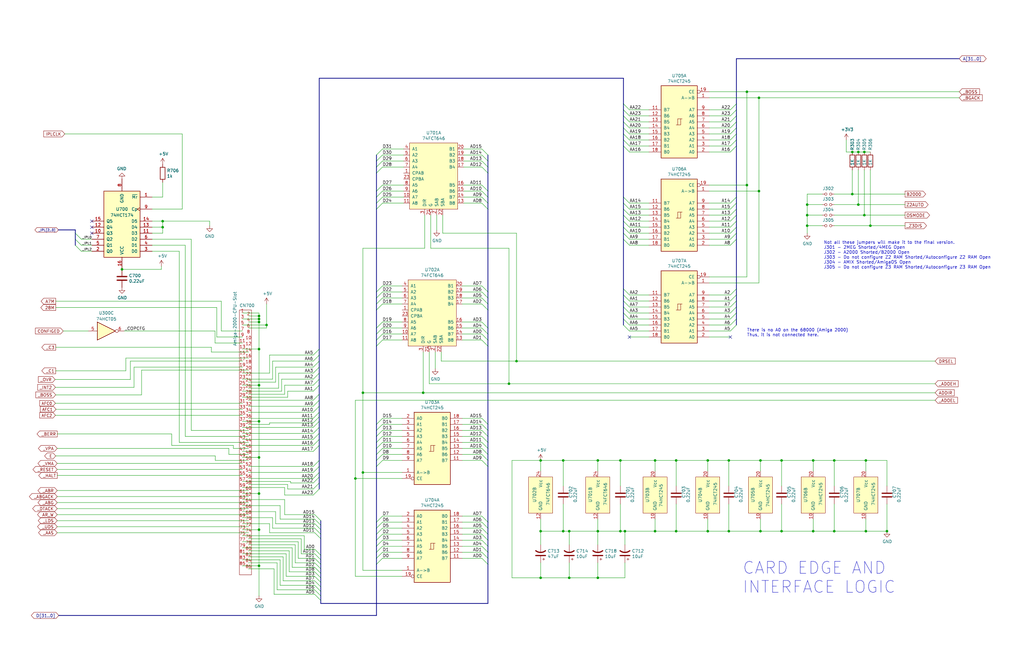
<source format=kicad_sch>
(kicad_sch (version 20211123) (generator eeschema)
  (paper "B")
  (title_block (title "Amiga N2630") (date "2022-05-31") (rev "2.0 QFP"))
  (junction (at 276.225 194.31))
  (junction (at 109.22 133.35))
  (junction (at 285.115 224.155))
  (junction (at 214.63 161.925))
  (junction (at 217.805 152.4))
  (junction (at 263.525 224.155))
  (junction (at 112.395 137.16))
  (junction (at 109.22 193.04))
  (junction (at 314.96 78.105))
  (junction (at 367.03 95.25))
  (junction (at 340.36 90.805))
  (junction (at 285.115 194.31))
  (junction (at 51.435 113.665))
  (junction (at 364.49 90.805))
  (junction (at 109.22 238.76))
  (junction (at 227.965 243.84))
  (junction (at 320.04 41.275))
  (junction (at 237.49 224.155))
  (junction (at 364.49 64.135))
  (junction (at 329.565 224.155))
  (junction (at 329.565 194.31))
  (junction (at 342.9 224.155))
  (junction (at 340.36 86.36))
  (junction (at 342.9 194.31))
  (junction (at 153.035 165.735))
  (junction (at 359.41 81.915))
  (junction (at 276.225 224.155))
  (junction (at 178.435 165.735))
  (junction (at 307.34 194.31))
  (junction (at 252.095 194.31))
  (junction (at 307.34 224.155))
  (junction (at 361.95 64.135))
  (junction (at 374.015 224.155))
  (junction (at 109.22 177.8))
  (junction (at 261.62 194.31))
  (junction (at 252.095 243.84))
  (junction (at 365.125 194.31))
  (junction (at 359.41 64.135))
  (junction (at 109.22 208.28))
  (junction (at 361.95 86.36))
  (junction (at 149.86 201.93))
  (junction (at 237.49 194.31))
  (junction (at 227.965 224.155))
  (junction (at 320.04 80.645))
  (junction (at 109.22 223.52))
  (junction (at 227.965 194.31))
  (junction (at 320.675 224.155))
  (junction (at 109.22 135.89))
  (junction (at 240.03 224.155))
  (junction (at 298.45 194.31))
  (junction (at 68.58 93.345))
  (junction (at 240.03 243.84))
  (junction (at 261.62 224.155))
  (junction (at 351.79 194.31))
  (junction (at 109.22 147.32))
  (junction (at 340.36 95.25))
  (junction (at 314.96 38.735))
  (junction (at 351.79 224.155))
  (junction (at 109.22 134.62))
  (junction (at 109.22 162.56))
  (junction (at 320.675 194.31))
  (junction (at 153.035 199.39))
  (junction (at 252.095 224.155))
  (junction (at 68.58 95.885))
  (junction (at 365.125 224.155))
  (junction (at 298.45 224.155))
  (no_connect (at 265.43 142.24))
  (no_connect (at 38.735 98.425))
  (no_connect (at 38.735 93.345))
  (no_connect (at 38.735 95.885))
  (no_connect (at 307.975 142.24))
  (bus_entry (at 265.43 98.425) (size -2.54 -2.54))
  (bus_entry (at 132.08 187.96) (size 2.54 -2.54))
  (bus_entry (at 203.2 227.965) (size 2.54 2.54))
  (bus_entry (at 132.715 241.3) (size 2.54 2.54))
  (bus_entry (at 132.715 239.395) (size 2.54 2.54))
  (bus_entry (at 132.715 237.49) (size 2.54 2.54))
  (bus_entry (at 132.715 250.825) (size 2.54 2.54))
  (bus_entry (at 132.715 248.92) (size 2.54 2.54))
  (bus_entry (at 132.715 247.015) (size 2.54 2.54))
  (bus_entry (at 132.715 245.11) (size 2.54 2.54))
  (bus_entry (at 132.715 243.205) (size 2.54 2.54))
  (bus_entry (at 132.715 235.585) (size 2.54 2.54))
  (bus_entry (at 265.43 139.7) (size -2.54 -2.54))
  (bus_entry (at 161.29 125.73) (size -2.54 2.54))
  (bus_entry (at 307.975 95.885) (size 2.54 -2.54))
  (bus_entry (at 307.975 124.46) (size 2.54 -2.54))
  (bus_entry (at 132.08 190.5) (size 2.54 -2.54))
  (bus_entry (at 307.975 127) (size 2.54 -2.54))
  (bus_entry (at 307.975 53.975) (size 2.54 -2.54))
  (bus_entry (at 203.2 230.505) (size 2.54 2.54))
  (bus_entry (at 265.43 100.965) (size -2.54 -2.54))
  (bus_entry (at 265.43 137.16) (size -2.54 -2.54))
  (bus_entry (at 161.29 181.61) (size -2.54 2.54))
  (bus_entry (at 307.975 59.055) (size 2.54 -2.54))
  (bus_entry (at 203.2 233.045) (size 2.54 2.54))
  (bus_entry (at 161.29 220.345) (size -2.54 2.54))
  (bus_entry (at 265.43 64.135) (size -2.54 -2.54))
  (bus_entry (at 34.29 106.045) (size -2.54 -2.54))
  (bus_entry (at 203.2 189.23) (size 2.54 2.54))
  (bus_entry (at 203.2 83.185) (size 2.54 2.54))
  (bus_entry (at 161.29 230.505) (size -2.54 2.54))
  (bus_entry (at 161.29 135.89) (size -2.54 2.54))
  (bus_entry (at 265.43 48.895) (size -2.54 -2.54))
  (bus_entry (at 265.43 132.08) (size -2.54 -2.54))
  (bus_entry (at 132.08 196.85) (size 2.54 -2.54))
  (bus_entry (at 132.08 165.1) (size 2.54 -2.54))
  (bus_entry (at 132.08 162.56) (size 2.54 -2.54))
  (bus_entry (at 132.08 160.02) (size 2.54 -2.54))
  (bus_entry (at 132.08 157.48) (size 2.54 -2.54))
  (bus_entry (at 132.08 154.94) (size 2.54 -2.54))
  (bus_entry (at 132.08 152.4) (size 2.54 -2.54))
  (bus_entry (at 132.08 149.86) (size 2.54 -2.54))
  (bus_entry (at 203.2 65.405) (size 2.54 2.54))
  (bus_entry (at 307.975 51.435) (size 2.54 -2.54))
  (bus_entry (at 265.43 129.54) (size -2.54 -2.54))
  (bus_entry (at 161.29 235.585) (size -2.54 2.54))
  (bus_entry (at 203.2 143.51) (size 2.54 2.54))
  (bus_entry (at 203.2 181.61) (size 2.54 2.54))
  (bus_entry (at 262.89 100.965) (size 2.54 2.54))
  (bus_entry (at 265.43 90.805) (size -2.54 -2.54))
  (bus_entry (at 34.29 103.505) (size -2.54 -2.54))
  (bus_entry (at 203.2 70.485) (size 2.54 2.54))
  (bus_entry (at 307.975 139.7) (size 2.54 -2.54))
  (bus_entry (at 203.2 222.885) (size 2.54 2.54))
  (bus_entry (at 132.08 173.99) (size 2.54 -2.54))
  (bus_entry (at 203.2 179.07) (size 2.54 2.54))
  (bus_entry (at 161.29 80.645) (size -2.54 2.54))
  (bus_entry (at 265.43 53.975) (size -2.54 -2.54))
  (bus_entry (at 34.29 100.965) (size -2.54 -2.54))
  (bus_entry (at 203.2 62.865) (size 2.54 2.54))
  (bus_entry (at 161.29 222.885) (size -2.54 2.54))
  (bus_entry (at 203.2 220.345) (size 2.54 2.54))
  (bus_entry (at 161.29 179.07) (size -2.54 2.54))
  (bus_entry (at 132.715 233.68) (size 2.54 2.54))
  (bus_entry (at 132.715 231.775) (size 2.54 2.54))
  (bus_entry (at 132.715 224.79) (size 2.54 2.54))
  (bus_entry (at 132.715 222.885) (size 2.54 2.54))
  (bus_entry (at 132.715 220.98) (size 2.54 2.54))
  (bus_entry (at 132.715 219.075) (size 2.54 2.54))
  (bus_entry (at 132.715 217.17) (size 2.54 2.54))
  (bus_entry (at 161.29 176.53) (size -2.54 2.54))
  (bus_entry (at 132.08 185.42) (size 2.54 -2.54))
  (bus_entry (at 307.975 98.425) (size 2.54 -2.54))
  (bus_entry (at 203.2 191.77) (size 2.54 2.54))
  (bus_entry (at 307.975 100.965) (size 2.54 -2.54))
  (bus_entry (at 307.975 93.345) (size 2.54 -2.54))
  (bus_entry (at 203.2 138.43) (size 2.54 2.54))
  (bus_entry (at 265.43 124.46) (size -2.54 -2.54))
  (bus_entry (at 307.975 46.355) (size 2.54 -2.54))
  (bus_entry (at 307.975 90.805) (size 2.54 -2.54))
  (bus_entry (at 307.975 103.505) (size 2.54 -2.54))
  (bus_entry (at 161.29 233.045) (size -2.54 2.54))
  (bus_entry (at 203.2 128.27) (size 2.54 2.54))
  (bus_entry (at 307.975 56.515) (size 2.54 -2.54))
  (bus_entry (at 203.2 123.19) (size 2.54 2.54))
  (bus_entry (at 203.2 140.97) (size 2.54 2.54))
  (bus_entry (at 265.43 59.055) (size -2.54 -2.54))
  (bus_entry (at 161.29 140.97) (size -2.54 2.54))
  (bus_entry (at 132.08 201.93) (size 2.54 -2.54))
  (bus_entry (at 161.29 85.725) (size -2.54 2.54))
  (bus_entry (at 161.29 186.69) (size -2.54 2.54))
  (bus_entry (at 132.08 182.88) (size 2.54 -2.54))
  (bus_entry (at 203.2 176.53) (size 2.54 2.54))
  (bus_entry (at 161.29 143.51) (size -2.54 2.54))
  (bus_entry (at 132.08 178.435) (size 2.54 -2.54))
  (bus_entry (at 203.2 80.645) (size 2.54 2.54))
  (bus_entry (at 161.29 83.185) (size -2.54 2.54))
  (bus_entry (at 265.43 134.62) (size -2.54 -2.54))
  (bus_entry (at 161.29 194.31) (size -2.54 2.54))
  (bus_entry (at 265.43 95.885) (size -2.54 -2.54))
  (bus_entry (at 265.43 88.265) (size -2.54 -2.54))
  (bus_entry (at 132.08 199.39) (size 2.54 -2.54))
  (bus_entry (at 203.2 120.65) (size 2.54 2.54))
  (bus_entry (at 161.29 123.19) (size -2.54 2.54))
  (bus_entry (at 265.43 85.725) (size -2.54 -2.54))
  (bus_entry (at 132.08 171.45) (size 2.54 -2.54))
  (bus_entry (at 161.29 225.425) (size -2.54 2.54))
  (bus_entry (at 161.29 138.43) (size -2.54 2.54))
  (bus_entry (at 161.29 67.945) (size -2.54 2.54))
  (bus_entry (at 203.2 186.69) (size 2.54 2.54))
  (bus_entry (at 132.08 176.53) (size 2.54 -2.54))
  (bus_entry (at 307.975 129.54) (size 2.54 -2.54))
  (bus_entry (at 161.29 128.27) (size -2.54 2.54))
  (bus_entry (at 161.29 227.965) (size -2.54 2.54))
  (bus_entry (at 265.43 127) (size -2.54 -2.54))
  (bus_entry (at 161.29 184.15) (size -2.54 2.54))
  (bus_entry (at 265.43 51.435) (size -2.54 -2.54))
  (bus_entry (at 203.2 125.73) (size 2.54 2.54))
  (bus_entry (at 203.2 85.725) (size 2.54 2.54))
  (bus_entry (at 307.975 137.16) (size 2.54 -2.54))
  (bus_entry (at 132.08 168.91) (size 2.54 -2.54))
  (bus_entry (at 203.2 135.89) (size 2.54 2.54))
  (bus_entry (at 161.29 189.23) (size -2.54 2.54))
  (bus_entry (at 161.29 78.105) (size -2.54 2.54))
  (bus_entry (at 132.08 180.34) (size 2.54 -2.54))
  (bus_entry (at 161.29 65.405) (size -2.54 2.54))
  (bus_entry (at 307.975 64.135) (size 2.54 -2.54))
  (bus_entry (at 203.2 67.945) (size 2.54 2.54))
  (bus_entry (at 203.2 194.31) (size 2.54 2.54))
  (bus_entry (at 265.43 93.345) (size -2.54 -2.54))
  (bus_entry (at 307.975 88.265) (size 2.54 -2.54))
  (bus_entry (at 203.2 184.15) (size 2.54 2.54))
  (bus_entry (at 307.975 48.895) (size 2.54 -2.54))
  (bus_entry (at 132.08 208.915) (size 2.54 -2.54))
  (bus_entry (at 132.08 203.835) (size 2.54 -2.54))
  (bus_entry (at 132.08 206.375) (size 2.54 -2.54))
  (bus_entry (at 161.29 191.77) (size -2.54 2.54))
  (bus_entry (at 203.2 217.805) (size 2.54 2.54))
  (bus_entry (at 307.975 85.725) (size 2.54 -2.54))
  (bus_entry (at 158.75 123.19) (size 2.54 -2.54))
  (bus_entry (at 203.2 235.585) (size 2.54 2.54))
  (bus_entry (at 158.75 65.405) (size 2.54 -2.54))
  (bus_entry (at 161.29 217.805) (size -2.54 2.54))
  (bus_entry (at 265.43 61.595) (size -2.54 -2.54))
  (bus_entry (at 203.2 78.105) (size 2.54 2.54))
  (bus_entry (at 265.43 56.515) (size -2.54 -2.54))
  (bus_entry (at 307.975 61.595) (size 2.54 -2.54))
  (bus_entry (at 265.43 46.355) (size -2.54 -2.54))
  (bus_entry (at 307.975 134.62) (size 2.54 -2.54))
  (bus_entry (at 307.975 132.08) (size 2.54 -2.54))
  (bus_entry (at 203.2 225.425) (size 2.54 2.54))
  (bus_entry (at 161.29 70.485) (size -2.54 2.54))
  (wire (pts (xy 273.685 142.24) (xy 265.43 142.24)))
  (bus (pts (xy 205.74 194.31) (xy 205.74 196.85)))
  (bus (pts (xy 134.62 154.94) (xy 134.62 157.48)))
  (wire (pts (xy 120.015 162.56) (xy 120.015 166.37)))
  (wire (pts (xy 113.665 220.98) (xy 113.665 224.79)))
  (wire (pts (xy 273.685 95.885) (xy 265.43 95.885)))
  (wire (pts (xy 102.235 167.64) (xy 121.285 167.64)))
  (wire (pts (xy 374.015 194.31) (xy 374.015 205.105)))
  (wire (pts (xy 102.235 231.14) (xy 123.19 231.14)))
  (wire (pts (xy 96.52 189.23) (xy 24.13 189.23)))
  (bus (pts (xy 205.74 88.265) (xy 205.74 123.19)))
  (wire (pts (xy 169.545 140.97) (xy 161.29 140.97)))
  (wire (pts (xy 194.945 184.15) (xy 203.2 184.15)))
  (bus (pts (xy 158.75 80.645) (xy 158.75 83.185)))
  (bus (pts (xy 262.89 129.54) (xy 262.89 132.08)))
  (wire (pts (xy 121.92 241.3) (xy 132.715 241.3)))
  (wire (pts (xy 128.27 226.06) (xy 128.27 231.775)))
  (bus (pts (xy 158.75 235.585) (xy 158.75 238.125)))
  (wire (pts (xy 104.775 138.43) (xy 112.395 138.43)))
  (wire (pts (xy 194.945 227.965) (xy 203.2 227.965)))
  (bus (pts (xy 135.255 223.52) (xy 135.255 225.425)))
  (wire (pts (xy 169.545 143.51) (xy 161.29 143.51)))
  (wire (pts (xy 26.67 139.7) (xy 37.211 139.7)))
  (wire (pts (xy 104.775 156.21) (xy 59.69 156.21)))
  (bus (pts (xy 135.255 240.03) (xy 135.255 241.935)))
  (bus (pts (xy 262.89 98.425) (xy 262.89 100.965)))
  (wire (pts (xy 109.22 132.08) (xy 109.22 133.35)))
  (wire (pts (xy 104.775 173.99) (xy 132.08 173.99)))
  (wire (pts (xy 52.451 139.7) (xy 90.678 139.7)))
  (wire (pts (xy 365.125 198.755) (xy 365.125 194.31)))
  (wire (pts (xy 102.235 132.08) (xy 109.22 132.08)))
  (wire (pts (xy 153.035 199.39) (xy 153.035 240.665)))
  (wire (pts (xy 90.805 194.31) (xy 90.805 192.405)))
  (wire (pts (xy 273.685 88.265) (xy 265.43 88.265)))
  (wire (pts (xy 299.085 85.725) (xy 307.975 85.725)))
  (wire (pts (xy 320.675 194.31) (xy 329.565 194.31)))
  (wire (pts (xy 149.86 243.205) (xy 169.545 243.205)))
  (wire (pts (xy 89.154 146.558) (xy 89.154 148.59)))
  (wire (pts (xy 78.105 103.505) (xy 78.105 184.15)))
  (wire (pts (xy 112.395 137.16) (xy 112.395 128.27)))
  (wire (pts (xy 227.965 194.31) (xy 237.49 194.31)))
  (wire (pts (xy 299.085 53.975) (xy 307.975 53.975)))
  (wire (pts (xy 27.305 56.515) (xy 76.835 56.515)))
  (wire (pts (xy 276.225 194.31) (xy 285.115 194.31)))
  (wire (pts (xy 346.71 95.25) (xy 340.36 95.25)))
  (wire (pts (xy 276.225 198.755) (xy 276.225 194.31)))
  (bus (pts (xy 134.62 177.8) (xy 134.62 180.34)))
  (bus (pts (xy 262.89 90.805) (xy 262.89 93.345)))
  (wire (pts (xy 340.36 81.915) (xy 340.36 86.36)))
  (wire (pts (xy 102.235 187.96) (xy 132.08 187.96)))
  (wire (pts (xy 169.545 191.77) (xy 161.29 191.77)))
  (wire (pts (xy 169.545 179.07) (xy 161.29 179.07)))
  (wire (pts (xy 153.035 240.665) (xy 169.545 240.665)))
  (bus (pts (xy 310.515 53.975) (xy 310.515 56.515)))
  (wire (pts (xy 361.95 86.36) (xy 381.635 86.36)))
  (wire (pts (xy 102.235 198.12) (xy 24.13 198.12)))
  (bus (pts (xy 205.74 179.07) (xy 205.74 181.61)))
  (wire (pts (xy 102.235 236.22) (xy 118.11 236.22)))
  (wire (pts (xy 72.39 183.134) (xy 72.39 187.96)))
  (bus (pts (xy 310.515 51.435) (xy 310.515 53.975)))
  (wire (pts (xy 169.545 189.23) (xy 161.29 189.23)))
  (wire (pts (xy 104.775 191.77) (xy 96.52 191.77)))
  (wire (pts (xy 104.775 196.85) (xy 132.08 196.85)))
  (wire (pts (xy 120.015 217.17) (xy 132.715 217.17)))
  (wire (pts (xy 195.58 70.485) (xy 203.2 70.485)))
  (wire (pts (xy 194.945 194.31) (xy 203.2 194.31)))
  (wire (pts (xy 170.18 70.485) (xy 161.29 70.485)))
  (bus (pts (xy 134.62 152.4) (xy 134.62 154.94)))
  (wire (pts (xy 217.805 152.4) (xy 394.335 152.4)))
  (wire (pts (xy 340.36 95.25) (xy 340.36 98.425)))
  (wire (pts (xy 113.665 157.48) (xy 113.665 149.86)))
  (wire (pts (xy 104.775 184.15) (xy 78.105 184.15)))
  (bus (pts (xy 134.62 33.02) (xy 134.62 147.32)))
  (wire (pts (xy 169.545 186.69) (xy 161.29 186.69)))
  (wire (pts (xy 314.96 38.735) (xy 299.085 38.735)))
  (bus (pts (xy 205.74 140.97) (xy 205.74 143.51)))
  (wire (pts (xy 169.545 220.345) (xy 161.29 220.345)))
  (bus (pts (xy 262.89 95.885) (xy 262.89 98.425)))
  (wire (pts (xy 194.945 143.51) (xy 203.2 143.51)))
  (bus (pts (xy 310.515 95.885) (xy 310.515 98.425)))
  (wire (pts (xy 109.22 208.28) (xy 109.22 223.52)))
  (wire (pts (xy 149.86 201.93) (xy 149.86 243.205)))
  (bus (pts (xy 158.75 233.045) (xy 158.75 235.585)))
  (wire (pts (xy 118.11 219.075) (xy 132.715 219.075)))
  (wire (pts (xy 56.515 163.449) (xy 56.515 154.94)))
  (bus (pts (xy 262.89 85.725) (xy 262.89 88.265)))
  (wire (pts (xy 170.18 65.405) (xy 161.29 65.405)))
  (bus (pts (xy 31.75 98.425) (xy 31.75 100.965)))
  (wire (pts (xy 102.235 152.4) (xy 54.991 152.4)))
  (wire (pts (xy 340.36 86.36) (xy 340.36 90.805)))
  (wire (pts (xy 194.945 176.53) (xy 203.2 176.53)))
  (bus (pts (xy 205.74 85.725) (xy 205.74 88.265)))
  (wire (pts (xy 351.79 95.25) (xy 367.03 95.25)))
  (bus (pts (xy 134.62 166.37) (xy 134.62 168.91)))
  (wire (pts (xy 342.9 198.755) (xy 342.9 194.31)))
  (wire (pts (xy 109.22 193.04) (xy 109.22 208.28)))
  (wire (pts (xy 113.665 224.79) (xy 132.715 224.79)))
  (wire (pts (xy 346.71 90.805) (xy 340.36 90.805)))
  (bus (pts (xy 134.62 199.39) (xy 134.62 201.295)))
  (wire (pts (xy 104.775 217.17) (xy 24.13 217.17)))
  (wire (pts (xy 104.775 148.59) (xy 89.154 148.59)))
  (wire (pts (xy 102.235 180.34) (xy 132.08 180.34)))
  (wire (pts (xy 178.435 165.735) (xy 153.035 165.735)))
  (bus (pts (xy 262.89 51.435) (xy 262.89 53.975)))
  (bus (pts (xy 310.515 43.815) (xy 310.515 46.355)))
  (bus (pts (xy 310.515 129.54) (xy 310.515 132.08)))
  (bus (pts (xy 135.255 245.745) (xy 135.255 247.65)))
  (bus (pts (xy 262.89 33.02) (xy 134.62 33.02)))
  (wire (pts (xy 178.435 165.735) (xy 178.435 148.59)))
  (bus (pts (xy 158.75 70.485) (xy 158.75 73.025)))
  (wire (pts (xy 273.685 56.515) (xy 265.43 56.515)))
  (wire (pts (xy 299.085 132.08) (xy 307.975 132.08)))
  (wire (pts (xy 122.555 203.2) (xy 122.555 203.835)))
  (bus (pts (xy 158.75 138.43) (xy 158.75 140.97)))
  (wire (pts (xy 23.622 172.72) (xy 102.235 172.72)))
  (wire (pts (xy 64.135 98.425) (xy 68.58 98.425)))
  (wire (pts (xy 285.115 224.155) (xy 298.45 224.155)))
  (wire (pts (xy 314.96 78.105) (xy 314.96 38.735)))
  (wire (pts (xy 109.22 162.56) (xy 109.22 177.8)))
  (wire (pts (xy 104.775 135.89) (xy 109.22 135.89)))
  (wire (pts (xy 68.58 95.885) (xy 68.58 98.425)))
  (bus (pts (xy 205.74 146.05) (xy 205.74 179.07)))
  (bus (pts (xy 158.75 128.27) (xy 158.75 130.81)))
  (wire (pts (xy 170.18 62.865) (xy 161.29 62.865)))
  (bus (pts (xy 31.75 97.028) (xy 31.75 98.425)))
  (wire (pts (xy 169.545 230.505) (xy 161.29 230.505)))
  (wire (pts (xy 307.975 142.24) (xy 299.085 142.24)))
  (wire (pts (xy 102.235 165.1) (xy 118.745 165.1)))
  (bus (pts (xy 158.75 196.85) (xy 158.75 220.345)))
  (wire (pts (xy 118.11 247.015) (xy 132.715 247.015)))
  (bus (pts (xy 158.75 186.69) (xy 158.75 189.23)))
  (bus (pts (xy 205.74 67.945) (xy 205.74 70.485)))
  (wire (pts (xy 88.392 93.345) (xy 88.392 95.25)))
  (wire (pts (xy 102.235 142.24) (xy 91.44 142.24)))
  (wire (pts (xy 120.015 208.915) (xy 132.08 208.915)))
  (wire (pts (xy 102.235 220.98) (xy 113.665 220.98)))
  (wire (pts (xy 104.775 201.93) (xy 132.08 201.93)))
  (wire (pts (xy 273.685 61.595) (xy 265.43 61.595)))
  (wire (pts (xy 273.685 85.725) (xy 265.43 85.725)))
  (wire (pts (xy 104.775 207.01) (xy 24.13 207.01)))
  (bus (pts (xy 158.75 227.965) (xy 158.75 230.505)))
  (wire (pts (xy 320.04 41.275) (xy 299.085 41.275)))
  (bus (pts (xy 205.74 225.425) (xy 205.74 227.965)))
  (wire (pts (xy 23.241 160.147) (xy 54.991 160.147)))
  (wire (pts (xy 364.49 64.135) (xy 367.03 64.135)))
  (wire (pts (xy 299.085 98.425) (xy 307.975 98.425)))
  (wire (pts (xy 367.03 71.755) (xy 367.03 95.25)))
  (wire (pts (xy 124.46 237.49) (xy 132.715 237.49)))
  (wire (pts (xy 115.57 240.03) (xy 115.57 250.825)))
  (bus (pts (xy 135.255 221.615) (xy 135.255 223.52)))
  (wire (pts (xy 109.22 133.35) (xy 109.22 134.62)))
  (bus (pts (xy 134.62 175.895) (xy 134.62 177.8)))
  (bus (pts (xy 134.62 180.34) (xy 134.62 182.88)))
  (wire (pts (xy 102.235 193.04) (xy 109.22 193.04)))
  (wire (pts (xy 273.685 51.435) (xy 265.43 51.435)))
  (bus (pts (xy 262.89 121.92) (xy 262.89 124.46)))
  (wire (pts (xy 122.555 203.835) (xy 132.08 203.835)))
  (wire (pts (xy 59.69 166.624) (xy 59.69 156.21)))
  (bus (pts (xy 158.75 67.945) (xy 158.75 70.485)))
  (wire (pts (xy 299.085 100.965) (xy 307.975 100.965)))
  (wire (pts (xy 51.435 113.665) (xy 68.072 113.665)))
  (bus (pts (xy 205.74 184.15) (xy 205.74 186.69)))
  (wire (pts (xy 102.235 144.78) (xy 90.678 144.78)))
  (wire (pts (xy 109.22 135.89) (xy 109.22 147.32)))
  (bus (pts (xy 158.75 189.23) (xy 158.75 191.77)))
  (wire (pts (xy 320.675 198.755) (xy 320.675 194.31)))
  (wire (pts (xy 68.58 83.185) (xy 64.135 83.185)))
  (wire (pts (xy 195.58 80.645) (xy 203.2 80.645)))
  (bus (pts (xy 158.75 220.345) (xy 158.75 222.885)))
  (wire (pts (xy 53.086 151.13) (xy 53.086 156.464)))
  (wire (pts (xy 169.545 184.15) (xy 161.29 184.15)))
  (wire (pts (xy 351.79 194.31) (xy 365.125 194.31)))
  (wire (pts (xy 120.015 205.74) (xy 120.015 208.915)))
  (bus (pts (xy 135.255 219.71) (xy 135.255 221.615)))
  (bus (pts (xy 310.515 61.595) (xy 310.515 83.185)))
  (wire (pts (xy 252.095 224.155) (xy 261.62 224.155)))
  (wire (pts (xy 194.945 181.61) (xy 203.2 181.61)))
  (wire (pts (xy 102.235 203.2) (xy 122.555 203.2)))
  (bus (pts (xy 135.255 247.65) (xy 135.255 249.555)))
  (wire (pts (xy 195.58 83.185) (xy 203.2 83.185)))
  (bus (pts (xy 310.515 134.62) (xy 310.515 137.16)))
  (bus (pts (xy 158.75 191.77) (xy 158.75 194.31)))
  (wire (pts (xy 132.08 178.435) (xy 113.665 178.435)))
  (wire (pts (xy 299.085 93.345) (xy 307.975 93.345)))
  (wire (pts (xy 102.235 182.88) (xy 132.08 182.88)))
  (wire (pts (xy 214.63 161.925) (xy 180.975 161.925)))
  (wire (pts (xy 240.03 229.87) (xy 240.03 224.155)))
  (wire (pts (xy 299.085 78.105) (xy 314.96 78.105)))
  (wire (pts (xy 346.71 86.36) (xy 340.36 86.36)))
  (wire (pts (xy 169.545 176.53) (xy 161.29 176.53)))
  (wire (pts (xy 102.235 137.16) (xy 112.395 137.16)))
  (wire (pts (xy 116.205 220.98) (xy 132.715 220.98)))
  (bus (pts (xy 135.255 251.46) (xy 135.255 253.365)))
  (wire (pts (xy 170.18 78.105) (xy 161.29 78.105)))
  (wire (pts (xy 194.945 191.77) (xy 203.2 191.77)))
  (wire (pts (xy 299.085 56.515) (xy 307.975 56.515)))
  (wire (pts (xy 102.235 205.74) (xy 120.015 205.74)))
  (wire (pts (xy 195.58 85.725) (xy 203.2 85.725)))
  (wire (pts (xy 38.735 103.505) (xy 34.29 103.505)))
  (wire (pts (xy 261.62 194.31) (xy 276.225 194.31)))
  (wire (pts (xy 374.015 224.155) (xy 374.015 212.725)))
  (wire (pts (xy 153.035 165.735) (xy 153.035 104.775)))
  (bus (pts (xy 310.515 127) (xy 310.515 129.54)))
  (wire (pts (xy 64.135 93.345) (xy 68.58 93.345)))
  (wire (pts (xy 237.49 224.155) (xy 240.03 224.155)))
  (wire (pts (xy 102.235 134.62) (xy 109.22 134.62)))
  (wire (pts (xy 194.945 220.345) (xy 203.2 220.345)))
  (wire (pts (xy 320.04 80.645) (xy 320.04 41.275)))
  (wire (pts (xy 64.135 95.885) (xy 68.58 95.885)))
  (wire (pts (xy 181.61 104.775) (xy 214.63 104.775)))
  (wire (pts (xy 217.805 152.4) (xy 186.055 152.4)))
  (wire (pts (xy 102.235 228.6) (xy 125.73 228.6)))
  (wire (pts (xy 102.235 226.06) (xy 128.27 226.06)))
  (wire (pts (xy 102.235 195.58) (xy 24.13 195.58)))
  (wire (pts (xy 169.545 225.425) (xy 161.29 225.425)))
  (bus (pts (xy 135.255 236.22) (xy 135.255 238.125)))
  (wire (pts (xy 104.775 161.29) (xy 116.205 161.29)))
  (wire (pts (xy 116.205 215.9) (xy 116.205 220.98)))
  (bus (pts (xy 310.515 121.92) (xy 310.515 124.46)))
  (wire (pts (xy 351.79 224.155) (xy 365.125 224.155)))
  (wire (pts (xy 299.085 124.46) (xy 307.975 124.46)))
  (bus (pts (xy 134.62 201.295) (xy 134.62 203.835)))
  (wire (pts (xy 121.92 232.41) (xy 121.92 241.3)))
  (bus (pts (xy 205.74 80.645) (xy 205.74 83.185)))
  (wire (pts (xy 104.775 212.09) (xy 24.13 212.09)))
  (wire (pts (xy 169.545 135.89) (xy 161.29 135.89)))
  (bus (pts (xy 134.62 203.835) (xy 134.62 206.375)))
  (bus (pts (xy 205.74 70.485) (xy 205.74 73.025)))
  (bus (pts (xy 262.89 88.265) (xy 262.89 90.805)))
  (wire (pts (xy 320.675 224.155) (xy 329.565 224.155)))
  (wire (pts (xy 252.095 198.755) (xy 252.095 194.31)))
  (wire (pts (xy 195.58 67.945) (xy 203.2 67.945)))
  (bus (pts (xy 262.89 33.02) (xy 262.89 43.815)))
  (wire (pts (xy 102.235 157.48) (xy 113.665 157.48)))
  (wire (pts (xy 116.84 237.49) (xy 116.84 248.92)))
  (wire (pts (xy 120.015 210.82) (xy 120.015 217.17)))
  (bus (pts (xy 158.75 140.97) (xy 158.75 143.51)))
  (wire (pts (xy 169.545 222.885) (xy 161.29 222.885)))
  (wire (pts (xy 23.368 175.26) (xy 102.235 175.26)))
  (wire (pts (xy 109.22 177.8) (xy 109.22 193.04)))
  (wire (pts (xy 314.96 116.84) (xy 314.96 78.105)))
  (bus (pts (xy 262.89 93.345) (xy 262.89 95.885)))
  (wire (pts (xy 240.03 243.84) (xy 252.095 243.84)))
  (bus (pts (xy 158.75 83.185) (xy 158.75 85.725)))
  (bus (pts (xy 310.515 85.725) (xy 310.515 88.265)))
  (bus (pts (xy 205.74 235.585) (xy 205.74 238.125)))
  (wire (pts (xy 104.775 224.79) (xy 24.13 224.79)))
  (wire (pts (xy 320.675 219.075) (xy 320.675 224.155)))
  (wire (pts (xy 263.525 224.155) (xy 276.225 224.155)))
  (wire (pts (xy 240.03 224.155) (xy 252.095 224.155)))
  (wire (pts (xy 329.565 194.31) (xy 342.9 194.31)))
  (bus (pts (xy 205.74 220.345) (xy 205.74 222.885)))
  (wire (pts (xy 119.38 245.11) (xy 132.715 245.11)))
  (wire (pts (xy 118.11 213.36) (xy 118.11 219.075)))
  (wire (pts (xy 104.775 209.55) (xy 24.13 209.55)))
  (wire (pts (xy 102.235 162.56) (xy 109.22 162.56)))
  (wire (pts (xy 113.665 178.435) (xy 113.665 179.07)))
  (wire (pts (xy 298.45 194.31) (xy 307.34 194.31)))
  (wire (pts (xy 194.945 189.23) (xy 203.2 189.23)))
  (bus (pts (xy 310.515 59.055) (xy 310.515 61.595)))
  (wire (pts (xy 132.08 165.1) (xy 121.285 165.1)))
  (bus (pts (xy 205.74 73.025) (xy 205.74 80.645)))
  (wire (pts (xy 298.45 219.075) (xy 298.45 224.155)))
  (wire (pts (xy 186.055 152.4) (xy 186.055 148.59)))
  (wire (pts (xy 194.945 235.585) (xy 203.2 235.585)))
  (wire (pts (xy 104.775 227.33) (xy 127 227.33)))
  (wire (pts (xy 23.495 166.624) (xy 59.69 166.624)))
  (bus (pts (xy 310.515 83.185) (xy 310.515 85.725)))
  (wire (pts (xy 169.545 125.73) (xy 161.29 125.73)))
  (wire (pts (xy 273.685 53.975) (xy 265.43 53.975)))
  (wire (pts (xy 299.085 103.505) (xy 307.975 103.505)))
  (wire (pts (xy 320.04 41.275) (xy 404.495 41.275)))
  (bus (pts (xy 134.62 194.31) (xy 134.62 196.85)))
  (wire (pts (xy 299.085 61.595) (xy 307.975 61.595)))
  (wire (pts (xy 307.34 212.725) (xy 307.34 224.155)))
  (wire (pts (xy 104.775 199.39) (xy 132.08 199.39)))
  (wire (pts (xy 364.49 90.805) (xy 381.635 90.805)))
  (wire (pts (xy 273.685 59.055) (xy 265.43 59.055)))
  (wire (pts (xy 273.685 139.7) (xy 265.43 139.7)))
  (wire (pts (xy 261.62 205.105) (xy 261.62 194.31)))
  (bus (pts (xy 205.74 65.405) (xy 205.74 67.945)))
  (bus (pts (xy 310.515 88.265) (xy 310.515 90.805)))
  (wire (pts (xy 351.79 205.105) (xy 351.79 194.31)))
  (wire (pts (xy 102.235 238.76) (xy 109.22 238.76)))
  (bus (pts (xy 262.89 124.46) (xy 262.89 127)))
  (bus (pts (xy 135.255 241.935) (xy 135.255 243.84)))
  (wire (pts (xy 215.9 194.31) (xy 227.965 194.31)))
  (wire (pts (xy 68.072 112.395) (xy 68.072 113.665)))
  (wire (pts (xy 104.775 214.63) (xy 24.13 214.63)))
  (wire (pts (xy 195.58 78.105) (xy 203.2 78.105)))
  (wire (pts (xy 68.58 93.345) (xy 68.58 95.885)))
  (wire (pts (xy 273.685 132.08) (xy 265.43 132.08)))
  (bus (pts (xy 205.74 196.85) (xy 205.74 220.345)))
  (wire (pts (xy 169.545 217.805) (xy 161.29 217.805)))
  (wire (pts (xy 127 233.68) (xy 132.715 233.68)))
  (wire (pts (xy 104.775 229.87) (xy 124.46 229.87)))
  (wire (pts (xy 102.235 215.9) (xy 116.205 215.9)))
  (wire (pts (xy 169.545 199.39) (xy 153.035 199.39)))
  (wire (pts (xy 123.19 239.395) (xy 132.715 239.395)))
  (bus (pts (xy 134.62 171.45) (xy 134.62 173.99)))
  (wire (pts (xy 195.58 62.865) (xy 203.2 62.865)))
  (wire (pts (xy 118.745 160.02) (xy 118.745 165.1)))
  (wire (pts (xy 90.805 192.405) (xy 23.495 192.405)))
  (bus (pts (xy 205.74 143.51) (xy 205.74 146.05)))
  (wire (pts (xy 169.545 123.19) (xy 161.29 123.19)))
  (wire (pts (xy 23.495 129.794) (xy 91.44 129.794)))
  (wire (pts (xy 217.805 98.425) (xy 217.805 152.4)))
  (bus (pts (xy 158.75 85.725) (xy 158.75 88.265)))
  (wire (pts (xy 227.965 198.755) (xy 227.965 194.31)))
  (wire (pts (xy 170.18 83.185) (xy 161.29 83.185)))
  (bus (pts (xy 262.89 56.515) (xy 262.89 59.055)))
  (wire (pts (xy 109.22 147.32) (xy 109.22 162.56)))
  (wire (pts (xy 38.735 106.045) (xy 34.29 106.045)))
  (wire (pts (xy 227.965 229.87) (xy 227.965 224.155)))
  (wire (pts (xy 153.035 165.735) (xy 153.035 199.39)))
  (wire (pts (xy 120.65 233.68) (xy 120.65 243.205)))
  (wire (pts (xy 342.9 219.075) (xy 342.9 224.155)))
  (wire (pts (xy 351.79 86.36) (xy 361.95 86.36)))
  (bus (pts (xy 205.74 138.43) (xy 205.74 140.97)))
  (bus (pts (xy 205.74 227.965) (xy 205.74 230.505)))
  (wire (pts (xy 273.685 93.345) (xy 265.43 93.345)))
  (wire (pts (xy 117.475 157.48) (xy 117.475 163.83)))
  (wire (pts (xy 252.095 229.87) (xy 252.095 224.155)))
  (bus (pts (xy 262.89 46.355) (xy 262.89 48.895)))
  (wire (pts (xy 118.11 236.22) (xy 118.11 247.015)))
  (bus (pts (xy 135.255 253.365) (xy 135.255 254.635)))
  (bus (pts (xy 158.75 65.405) (xy 158.75 67.945)))
  (bus (pts (xy 205.74 222.885) (xy 205.74 225.425)))
  (wire (pts (xy 273.685 98.425) (xy 265.43 98.425)))
  (wire (pts (xy 361.95 64.135) (xy 364.49 64.135)))
  (bus (pts (xy 158.75 259.715) (xy 24.765 259.715)))
  (bus (pts (xy 31.75 100.965) (xy 31.75 103.505)))
  (wire (pts (xy 98.425 187.96) (xy 72.39 187.96)))
  (wire (pts (xy 356.87 64.135) (xy 359.41 64.135)))
  (wire (pts (xy 54.991 160.147) (xy 54.991 152.4)))
  (bus (pts (xy 205.74 233.045) (xy 205.74 235.585)))
  (wire (pts (xy 361.95 71.755) (xy 361.95 86.36)))
  (wire (pts (xy 276.225 224.155) (xy 285.115 224.155)))
  (wire (pts (xy 104.775 234.95) (xy 119.38 234.95)))
  (wire (pts (xy 90.678 139.7) (xy 90.678 144.78)))
  (bus (pts (xy 134.62 182.88) (xy 134.62 185.42)))
  (wire (pts (xy 102.235 200.66) (xy 24.13 200.66)))
  (wire (pts (xy 285.115 205.105) (xy 285.115 194.31)))
  (wire (pts (xy 104.775 204.47) (xy 121.285 204.47)))
  (bus (pts (xy 158.75 146.05) (xy 158.75 179.07)))
  (wire (pts (xy 299.085 127) (xy 307.975 127)))
  (bus (pts (xy 158.75 143.51) (xy 158.75 146.05)))
  (wire (pts (xy 359.41 81.915) (xy 381.635 81.915)))
  (wire (pts (xy 120.65 243.205) (xy 132.715 243.205)))
  (wire (pts (xy 299.085 46.355) (xy 307.975 46.355)))
  (wire (pts (xy 64.135 106.045) (xy 75.565 106.045)))
  (wire (pts (xy 329.565 212.725) (xy 329.565 224.155)))
  (bus (pts (xy 205.74 238.125) (xy 205.74 254.635)))
  (wire (pts (xy 186.69 90.805) (xy 186.69 98.425)))
  (wire (pts (xy 23.495 146.558) (xy 89.154 146.558)))
  (wire (pts (xy 169.545 128.27) (xy 161.29 128.27)))
  (bus (pts (xy 205.74 189.23) (xy 205.74 191.77)))
  (wire (pts (xy 299.085 80.645) (xy 320.04 80.645)))
  (wire (pts (xy 38.735 100.965) (xy 34.29 100.965)))
  (wire (pts (xy 186.69 98.425) (xy 217.805 98.425)))
  (wire (pts (xy 115.57 250.825) (xy 132.715 250.825)))
  (wire (pts (xy 121.285 206.375) (xy 132.08 206.375)))
  (wire (pts (xy 342.9 194.31) (xy 351.79 194.31)))
  (wire (pts (xy 273.685 90.805) (xy 265.43 90.805)))
  (wire (pts (xy 169.545 138.43) (xy 161.29 138.43)))
  (bus (pts (xy 310.515 98.425) (xy 310.515 100.965)))
  (bus (pts (xy 158.75 125.73) (xy 158.75 128.27)))
  (wire (pts (xy 307.34 194.31) (xy 320.675 194.31)))
  (bus (pts (xy 205.74 125.73) (xy 205.74 128.27)))
  (wire (pts (xy 104.775 189.23) (xy 98.425 189.23)))
  (bus (pts (xy 135.255 234.315) (xy 135.255 236.22)))
  (bus (pts (xy 205.74 130.81) (xy 205.74 138.43)))
  (wire (pts (xy 119.38 234.95) (xy 119.38 245.11)))
  (wire (pts (xy 169.545 194.31) (xy 161.29 194.31)))
  (bus (pts (xy 262.89 83.185) (xy 262.89 85.725)))
  (wire (pts (xy 102.235 139.7) (xy 93.345 139.7)))
  (bus (pts (xy 134.62 149.86) (xy 134.62 152.4)))
  (wire (pts (xy 359.41 64.135) (xy 361.95 64.135)))
  (wire (pts (xy 356.87 59.055) (xy 356.87 64.135)))
  (wire (pts (xy 214.63 161.925) (xy 394.335 161.925)))
  (bus (pts (xy 310.515 24.765) (xy 310.515 43.815)))
  (wire (pts (xy 276.225 219.075) (xy 276.225 224.155)))
  (wire (pts (xy 169.545 181.61) (xy 161.29 181.61)))
  (wire (pts (xy 299.085 137.16) (xy 307.975 137.16)))
  (wire (pts (xy 170.18 85.725) (xy 161.29 85.725)))
  (wire (pts (xy 104.775 219.71) (xy 24.13 219.71)))
  (wire (pts (xy 102.235 147.32) (xy 109.22 147.32)))
  (wire (pts (xy 261.62 224.155) (xy 263.525 224.155)))
  (wire (pts (xy 149.86 168.91) (xy 394.335 168.91)))
  (bus (pts (xy 158.75 123.19) (xy 158.75 125.73)))
  (wire (pts (xy 265.43 103.505) (xy 273.685 103.505)))
  (wire (pts (xy 299.085 116.84) (xy 314.96 116.84)))
  (wire (pts (xy 240.03 237.49) (xy 240.03 243.84)))
  (bus (pts (xy 158.75 184.15) (xy 158.75 186.69)))
  (wire (pts (xy 364.49 71.755) (xy 364.49 90.805)))
  (wire (pts (xy 127 227.33) (xy 127 233.68)))
  (wire (pts (xy 194.945 186.69) (xy 203.2 186.69)))
  (wire (pts (xy 273.685 127) (xy 265.43 127)))
  (wire (pts (xy 285.115 194.31) (xy 298.45 194.31)))
  (wire (pts (xy 252.095 194.31) (xy 261.62 194.31)))
  (bus (pts (xy 134.62 162.56) (xy 134.62 166.37)))
  (wire (pts (xy 181.61 90.805) (xy 181.61 104.775)))
  (wire (pts (xy 102.235 223.52) (xy 109.22 223.52)))
  (wire (pts (xy 132.08 160.02) (xy 118.745 160.02)))
  (wire (pts (xy 299.085 119.38) (xy 320.04 119.38)))
  (bus (pts (xy 310.515 48.895) (xy 310.515 51.435)))
  (wire (pts (xy 178.435 165.735) (xy 394.335 165.735)))
  (wire (pts (xy 114.935 222.885) (xy 132.715 222.885)))
  (bus (pts (xy 24.638 97.028) (xy 31.75 97.028)))
  (wire (pts (xy 93.345 139.7) (xy 93.345 127.127)))
  (wire (pts (xy 194.945 140.97) (xy 203.2 140.97)))
  (wire (pts (xy 273.685 100.965) (xy 265.43 100.965)))
  (wire (pts (xy 237.49 205.105) (xy 237.49 194.31)))
  (wire (pts (xy 298.45 224.155) (xy 307.34 224.155)))
  (wire (pts (xy 365.125 219.075) (xy 365.125 224.155)))
  (wire (pts (xy 104.775 171.45) (xy 132.08 171.45)))
  (wire (pts (xy 109.22 134.62) (xy 109.22 135.89)))
  (wire (pts (xy 113.665 149.86) (xy 132.08 149.86)))
  (wire (pts (xy 194.945 233.045) (xy 203.2 233.045)))
  (wire (pts (xy 102.235 218.44) (xy 114.935 218.44)))
  (wire (pts (xy 102.235 208.28) (xy 109.22 208.28)))
  (bus (pts (xy 158.75 194.31) (xy 158.75 196.85)))
  (bus (pts (xy 158.75 73.025) (xy 158.75 80.645)))
  (wire (pts (xy 114.935 218.44) (xy 114.935 222.885)))
  (wire (pts (xy 285.115 212.725) (xy 285.115 224.155)))
  (wire (pts (xy 76.835 56.515) (xy 76.835 88.265)))
  (wire (pts (xy 68.58 93.345) (xy 88.392 93.345)))
  (wire (pts (xy 102.235 154.94) (xy 56.515 154.94)))
  (bus (pts (xy 310.515 46.355) (xy 310.515 48.895)))
  (bus (pts (xy 310.515 93.345) (xy 310.515 95.885)))
  (wire (pts (xy 195.58 65.405) (xy 203.2 65.405)))
  (bus (pts (xy 205.74 230.505) (xy 205.74 233.045)))
  (wire (pts (xy 125.73 235.585) (xy 132.715 235.585)))
  (wire (pts (xy 194.945 138.43) (xy 203.2 138.43)))
  (wire (pts (xy 132.08 162.56) (xy 120.015 162.56)))
  (wire (pts (xy 53.086 151.13) (xy 104.775 151.13)))
  (bus (pts (xy 134.62 187.96) (xy 134.62 194.31)))
  (wire (pts (xy 112.395 138.43) (xy 112.395 137.16)))
  (bus (pts (xy 262.89 59.055) (xy 262.89 61.595)))
  (bus (pts (xy 134.62 185.42) (xy 134.62 187.96)))
  (wire (pts (xy 261.62 212.725) (xy 261.62 224.155)))
  (wire (pts (xy 365.125 194.31) (xy 374.015 194.31)))
  (wire (pts (xy 80.645 100.965) (xy 80.645 181.61)))
  (wire (pts (xy 23.368 163.449) (xy 56.515 163.449)))
  (wire (pts (xy 121.285 204.47) (xy 121.285 206.375)))
  (bus (pts (xy 135.255 254.635) (xy 205.74 254.635)))
  (wire (pts (xy 104.775 240.03) (xy 115.57 240.03)))
  (wire (pts (xy 169.545 201.93) (xy 149.86 201.93)))
  (wire (pts (xy 104.775 133.35) (xy 109.22 133.35)))
  (wire (pts (xy 104.775 176.53) (xy 132.08 176.53)))
  (wire (pts (xy 116.205 154.94) (xy 116.205 161.29)))
  (wire (pts (xy 104.775 222.25) (xy 24.13 222.25)))
  (wire (pts (xy 194.945 135.89) (xy 203.2 135.89)))
  (bus (pts (xy 310.515 90.805) (xy 310.515 93.345)))
  (wire (pts (xy 124.46 229.87) (xy 124.46 237.49)))
  (wire (pts (xy 104.775 186.69) (xy 75.565 186.69)))
  (wire (pts (xy 365.125 224.155) (xy 374.015 224.155)))
  (wire (pts (xy 273.685 46.355) (xy 265.43 46.355)))
  (wire (pts (xy 215.9 243.84) (xy 215.9 194.31)))
  (wire (pts (xy 299.085 90.805) (xy 307.975 90.805)))
  (wire (pts (xy 183.515 148.59) (xy 183.515 155.575)))
  (wire (pts (xy 53.086 156.464) (xy 23.495 156.464)))
  (bus (pts (xy 134.62 173.99) (xy 134.62 175.895)))
  (wire (pts (xy 314.96 38.735) (xy 404.495 38.735)))
  (wire (pts (xy 194.945 123.19) (xy 203.2 123.19)))
  (bus (pts (xy 134.62 147.32) (xy 134.62 149.86)))
  (wire (pts (xy 153.035 104.775) (xy 179.07 104.775)))
  (bus (pts (xy 262.89 127) (xy 262.89 129.54)))
  (wire (pts (xy 102.235 185.42) (xy 132.08 185.42)))
  (bus (pts (xy 135.255 243.84) (xy 135.255 245.745)))
  (wire (pts (xy 104.775 194.31) (xy 90.805 194.31)))
  (wire (pts (xy 169.545 233.045) (xy 161.29 233.045)))
  (wire (pts (xy 104.775 163.83) (xy 117.475 163.83)))
  (bus (pts (xy 205.74 181.61) (xy 205.74 184.15)))
  (wire (pts (xy 227.965 243.84) (xy 215.9 243.84)))
  (wire (pts (xy 180.975 161.925) (xy 180.975 148.59)))
  (wire (pts (xy 273.685 129.54) (xy 265.43 129.54)))
  (wire (pts (xy 299.085 51.435) (xy 307.975 51.435)))
  (wire (pts (xy 102.235 190.5) (xy 132.08 190.5)))
  (bus (pts (xy 205.74 191.77) (xy 205.74 194.31)))
  (wire (pts (xy 64.135 103.505) (xy 78.105 103.505)))
  (wire (pts (xy 169.545 227.965) (xy 161.29 227.965)))
  (bus (pts (xy 310.515 124.46) (xy 310.515 127)))
  (wire (pts (xy 170.18 80.645) (xy 161.29 80.645)))
  (wire (pts (xy 179.07 90.805) (xy 179.07 104.775)))
  (bus (pts (xy 158.75 88.265) (xy 158.75 123.19)))
  (wire (pts (xy 359.41 71.755) (xy 359.41 81.915)))
  (wire (pts (xy 194.945 225.425) (xy 203.2 225.425)))
  (wire (pts (xy 102.235 160.02) (xy 114.935 160.02)))
  (bus (pts (xy 310.515 132.08) (xy 310.515 134.62)))
  (wire (pts (xy 351.79 81.915) (xy 359.41 81.915)))
  (wire (pts (xy 263.525 243.84) (xy 263.525 237.49)))
  (bus (pts (xy 158.75 238.125) (xy 158.75 259.715)))
  (wire (pts (xy 114.935 152.4) (xy 114.935 160.02)))
  (bus (pts (xy 158.75 181.61) (xy 158.75 184.15)))
  (wire (pts (xy 273.685 48.895) (xy 265.43 48.895)))
  (wire (pts (xy 169.545 120.65) (xy 161.29 120.65)))
  (wire (pts (xy 104.775 232.41) (xy 121.92 232.41)))
  (wire (pts (xy 123.19 231.14) (xy 123.19 239.395)))
  (wire (pts (xy 351.79 90.805) (xy 364.49 90.805)))
  (wire (pts (xy 132.08 157.48) (xy 117.475 157.48)))
  (wire (pts (xy 96.52 191.77) (xy 96.52 189.23)))
  (wire (pts (xy 194.945 179.07) (xy 203.2 179.07)))
  (wire (pts (xy 299.085 48.895) (xy 307.975 48.895)))
  (wire (pts (xy 227.965 224.155) (xy 237.49 224.155)))
  (bus (pts (xy 135.255 238.125) (xy 135.255 240.03)))
  (wire (pts (xy 227.965 243.84) (xy 240.03 243.84)))
  (wire (pts (xy 227.965 219.075) (xy 227.965 224.155)))
  (bus (pts (xy 158.75 179.07) (xy 158.75 181.61)))
  (wire (pts (xy 109.22 223.52) (xy 109.22 238.76)))
  (wire (pts (xy 64.135 100.965) (xy 80.645 100.965)))
  (wire (pts (xy 299.085 134.62) (xy 307.975 134.62)))
  (wire (pts (xy 299.085 88.265) (xy 307.975 88.265)))
  (wire (pts (xy 299.085 95.885) (xy 307.975 95.885)))
  (wire (pts (xy 298.45 198.755) (xy 298.45 194.31)))
  (wire (pts (xy 263.525 229.87) (xy 263.525 224.155)))
  (wire (pts (xy 104.775 168.91) (xy 132.08 168.91)))
  (bus (pts (xy 310.515 56.515) (xy 310.515 59.055)))
  (wire (pts (xy 214.63 104.775) (xy 214.63 161.925)))
  (wire (pts (xy 194.945 230.505) (xy 203.2 230.505)))
  (wire (pts (xy 252.095 237.49) (xy 252.095 243.84)))
  (wire (pts (xy 351.79 212.725) (xy 351.79 224.155)))
  (wire (pts (xy 307.34 224.155) (xy 320.675 224.155)))
  (wire (pts (xy 102.235 210.82) (xy 120.015 210.82)))
  (bus (pts (xy 134.62 157.48) (xy 134.62 160.02)))
  (bus (pts (xy 262.89 61.595) (xy 262.89 83.185)))
  (bus (pts (xy 262.89 48.895) (xy 262.89 51.435)))
  (wire (pts (xy 320.04 119.38) (xy 320.04 80.645)))
  (wire (pts (xy 109.22 238.76) (xy 109.22 251.46)))
  (bus (pts (xy 262.89 53.975) (xy 262.89 56.515)))
  (bus (pts (xy 205.74 186.69) (xy 205.74 189.23)))
  (wire (pts (xy 24.13 183.134) (xy 72.39 183.134)))
  (wire (pts (xy 273.685 137.16) (xy 265.43 137.16)))
  (wire (pts (xy 329.565 224.155) (xy 342.9 224.155)))
  (bus (pts (xy 262.89 132.08) (xy 262.89 134.62)))
  (wire (pts (xy 237.49 194.31) (xy 252.095 194.31)))
  (bus (pts (xy 205.74 123.19) (xy 205.74 125.73)))
  (wire (pts (xy 299.085 59.055) (xy 307.975 59.055)))
  (wire (pts (xy 98.425 189.23) (xy 98.425 187.96)))
  (wire (pts (xy 194.945 217.805) (xy 203.2 217.805)))
  (wire (pts (xy 329.565 205.105) (xy 329.565 194.31)))
  (bus (pts (xy 135.255 249.555) (xy 135.255 251.46)))
  (wire (pts (xy 184.15 90.805) (xy 184.15 97.155)))
  (bus (pts (xy 135.255 227.33) (xy 135.255 234.315)))
  (wire (pts (xy 68.58 76.962) (xy 68.58 83.185)))
  (wire (pts (xy 367.03 95.25) (xy 381.635 95.25)))
  (wire (pts (xy 170.18 67.945) (xy 161.29 67.945)))
  (wire (pts (xy 102.235 213.36) (xy 118.11 213.36)))
  (bus (pts (xy 205.74 128.27) (xy 205.74 130.81)))
  (wire (pts (xy 252.095 219.075) (xy 252.095 224.155)))
  (wire (pts (xy 346.71 81.915) (xy 340.36 81.915)))
  (bus (pts (xy 134.62 168.91) (xy 134.62 171.45)))
  (wire (pts (xy 227.965 237.49) (xy 227.965 243.84)))
  (wire (pts (xy 102.235 233.68) (xy 120.65 233.68)))
  (bus (pts (xy 158.75 230.505) (xy 158.75 233.045)))
  (wire (pts (xy 121.285 165.1) (xy 121.285 167.64)))
  (wire (pts (xy 342.9 224.155) (xy 351.79 224.155)))
  (bus (pts (xy 404.495 24.765) (xy 310.515 24.765)))
  (wire (pts (xy 23.368 170.18) (xy 102.235 170.18)))
  (bus (pts (xy 158.75 222.885) (xy 158.75 225.425)))
  (bus (pts (xy 134.62 196.85) (xy 134.62 199.39)))
  (wire (pts (xy 128.27 231.775) (xy 132.715 231.775)))
  (wire (pts (xy 194.945 128.27) (xy 203.2 128.27)))
  (wire (pts (xy 132.08 154.94) (xy 116.205 154.94)))
  (wire (pts (xy 237.49 212.725) (xy 237.49 224.155)))
  (bus (pts (xy 158.75 225.425) (xy 158.75 227.965)))
  (wire (pts (xy 169.545 235.585) (xy 161.29 235.585)))
  (wire (pts (xy 307.34 205.105) (xy 307.34 194.31)))
  (wire (pts (xy 252.095 243.84) (xy 263.525 243.84)))
  (bus (pts (xy 262.89 134.62) (xy 262.89 137.16)))
  (wire (pts (xy 299.085 129.54) (xy 307.975 129.54)))
  (wire (pts (xy 273.685 134.62) (xy 265.43 134.62)))
  (wire (pts (xy 194.945 125.73) (xy 203.2 125.73)))
  (wire (pts (xy 91.44 129.794) (xy 91.44 142.24)))
  (wire (pts (xy 75.565 106.045) (xy 75.565 186.69)))
  (wire (pts (xy 116.84 248.92) (xy 132.715 248.92)))
  (wire (pts (xy 23.495 127.127) (xy 93.345 127.127)))
  (wire (pts (xy 299.085 139.7) (xy 307.975 139.7)))
  (wire (pts (xy 273.685 64.135) (xy 265.43 64.135)))
  (bus (pts (xy 134.62 160.02) (xy 134.62 162.56)))
  (bus (pts (xy 262.89 43.815) (xy 262.89 46.355)))
  (bus (pts (xy 205.74 83.185) (xy 205.74 85.725)))
  (wire (pts (xy 102.235 177.8) (xy 109.22 177.8)))
  (wire (pts (xy 299.085 64.135) (xy 307.975 64.135)))
  (bus (pts (xy 310.515 100.965) (xy 310.515 121.92)))
  (bus (pts (xy 158.75 130.81) (xy 158.75 138.43)))
  (wire (pts (xy 149.86 201.93) (xy 149.86 168.91)))
  (wire (pts (xy 132.08 152.4) (xy 114.935 152.4)))
  (wire (pts (xy 104.775 166.37) (xy 120.015 166.37)))
  (bus (pts (xy 135.255 225.425) (xy 135.255 227.33)))
  (bus (pts (xy 262.89 100.965) (xy 262.89 121.92)))
  (wire (pts (xy 194.945 222.885) (xy 203.2 222.885)))
  (wire (pts (xy 273.685 124.46) (xy 265.43 124.46)))
  (wire (pts (xy 194.945 120.65) (xy 203.2 120.65)))
  (wire (pts (xy 340.36 90.805) (xy 340.36 95.25)))
  (wire (pts (xy 104.775 237.49) (xy 116.84 237.49)))
  (wire (pts (xy 64.135 88.265) (xy 76.835 88.265)))
  (wire (pts (xy 104.775 181.61) (xy 80.645 181.61)))
  (wire (pts (xy 125.73 228.6) (xy 125.73 235.585)))
  (wire (pts (xy 104.775 179.07) (xy 113.665 179.07)))
  (text "Not all these jumpers will make it to the final version.\nJ301 - 2MEG Shorted/4MEG Open\nJ302 - A2000 Shorted/B2000 Open\nJ303 - Do not configure Z2 RAM Shorted/Autoconfigure Z2 RAM Open\nJ304 - AMIX Shorted/AmigaOS Open\nJ305 - Do not configure Z3 RAM Shorted/Autoconfigure Z3 RAM Open" (at 347.345 113.665 0) (effects (font (size 1.2954 1.2954)) (justify left bottom)))
  (text "There is no A0 on the 68000 (Amiga 2000)\nThus, it is not connected here." (at 314.96 142.24 0) (effects (font (size 1.27 1.27)) (justify left bottom)))
  (text "CARD EDGE AND\nINTERFACE LOGIC" (at 313.055 250.825 0) (effects (font (size 5 5)) (justify left bottom)))
  (label "AA23" (at 265.43 48.895 0) (effects (font (size 1.2954 1.2954))))
  (label "AA3" (at 265.43 132.08 0) (effects (font (size 1.2954 1.2954))))
  (label "D8" (at 161.29 191.77 0) (effects (font (size 1.2954 1.2954))))
  (label "A2" (at 307.975 124.46 180) (effects (font (size 1.2954 1.2954))))
  (label "AA5" (at 132.08 149.86 180) (effects (font (size 1.2954 1.2954))))
  (label "AA13" (at 132.08 180.34 180) (effects (font (size 1.3 1.3))))
  (label "A13" (at 307.975 90.805 180) (effects (font (size 1.2954 1.2954))))
  (label "AD10" (at 132.715 233.68 180) (effects (font (size 1.3 1.3))))
  (label "D12" (at 161.29 184.15 0) (effects (font (size 1.2954 1.2954))))
  (label "AA2" (at 132.08 160.02 180) (effects (font (size 1.3 1.3))))
  (label "AD8" (at 203.2 191.77 180) (effects (font (size 1.2954 1.2954))))
  (label "AA20" (at 265.43 53.975 0) (effects (font (size 1.2954 1.2954))))
  (label "AD12" (at 203.2 70.485 180) (effects (font (size 1.2954 1.2954))))
  (label "AD0" (at 203.2 140.97 180) (effects (font (size 1.2954 1.2954))))
  (label "D21" (at 161.29 125.73 0) (effects (font (size 1.2954 1.2954))))
  (label "AD14" (at 203.2 179.07 180) (effects (font (size 1.2954 1.2954))))
  (label "D15" (at 161.29 176.53 0) (effects (font (size 1.2954 1.2954))))
  (label "AA10" (at 132.08 173.99 180) (effects (font (size 1.2954 1.2954))))
  (label "AA22" (at 265.43 46.355 0) (effects (font (size 1.2954 1.2954))))
  (label "AD4" (at 203.2 138.43 180) (effects (font (size 1.2954 1.2954))))
  (label "AA16" (at 132.08 187.96 180) (effects (font (size 1.2954 1.2954))))
  (label "A18" (at 307.975 59.055 180) (effects (font (size 1.2954 1.2954))))
  (label "_COPCFG" (at 52.578 139.7 0))
  (label "A3" (at 307.975 132.08 180) (effects (font (size 1.2954 1.2954))))
  (label "AA11" (at 132.08 176.53 180) (effects (font (size 1.2954 1.2954))))
  (label "AA10" (at 265.43 98.425 0) (effects (font (size 1.2954 1.2954))))
  (label "D13" (at 161.29 181.61 0) (effects (font (size 1.2954 1.2954))))
  (label "A11" (at 307.975 95.885 180) (effects (font (size 1.2954 1.2954))))
  (label "A9" (at 307.975 100.965 180) (effects (font (size 1.2954 1.2954))))
  (label "AD4" (at 203.2 230.505 180) (effects (font (size 1.2954 1.2954))))
  (label "AA3" (at 132.08 157.48 180) (effects (font (size 1.2954 1.2954))))
  (label "A14" (at 307.975 85.725 180) (effects (font (size 1.2954 1.2954))))
  (label "AA21" (at 132.08 206.375 180) (effects (font (size 1.3 1.3))))
  (label "AD4" (at 132.715 247.015 180) (effects (font (size 1.3 1.3))))
  (label "AA4" (at 265.43 134.62 0) (effects (font (size 1.2954 1.2954))))
  (label "AD5" (at 203.2 125.73 180) (effects (font (size 1.2954 1.2954))))
  (label "AA14" (at 132.08 182.88 180) (effects (font (size 1.2954 1.2954))))
  (label "AA1" (at 132.08 165.1 180) (effects (font (size 1.3 1.3))))
  (label "D10" (at 161.29 189.23 0) (effects (font (size 1.2954 1.2954))))
  (label "AA7" (at 132.08 162.56 180) (effects (font (size 1.3 1.3))))
  (label "D20" (at 161.29 138.43 0) (effects (font (size 1.2954 1.2954))))
  (label "AD0" (at 203.2 235.585 180) (effects (font (size 1.2954 1.2954))))
  (label "D0" (at 161.29 235.585 0) (effects (font (size 1.2954 1.2954))))
  (label "AD3" (at 203.2 135.89 180) (effects (font (size 1.2954 1.2954))))
  (label "AD3" (at 203.2 227.965 180) (effects (font (size 1.2954 1.2954))))
  (label "AD13" (at 132.715 220.98 180))
  (label "AD6" (at 203.2 123.19 180) (effects (font (size 1.2954 1.2954))))
  (label "AD5" (at 203.2 222.885 180) (effects (font (size 1.2954 1.2954))))
  (label "AD12" (at 203.2 184.15 180) (effects (font (size 1.2954 1.2954))))
  (label "AA6" (at 265.43 137.16 0) (effects (font (size 1.2954 1.2954))))
  (label "A21" (at 307.975 51.435 180) (effects (font (size 1.2954 1.2954))))
  (label "A12" (at 307.975 93.345 180) (effects (font (size 1.2954 1.2954))))
  (label "AA4" (at 132.08 154.94 180) (effects (font (size 1.3 1.3))))
  (label "AD14" (at 132.715 219.075 180))
  (label "AD7" (at 132.715 245.11 180) (effects (font (size 1.3 1.3))))
  (label "A10" (at 307.975 98.425 180) (effects (font (size 1.2954 1.2954))))
  (label "AD7" (at 203.2 120.65 180) (effects (font (size 1.2954 1.2954))))
  (label "AA20" (at 132.08 201.93 180) (effects (font (size 1.2954 1.2954))))
  (label "AA9" (at 265.43 100.965 0) (effects (font (size 1.2954 1.2954))))
  (label "AA23" (at 132.08 208.915 180) (effects (font (size 1.3 1.3))))
  (label "A17" (at 307.975 61.595 180) (effects (font (size 1.2954 1.2954))))
  (label "D22" (at 161.29 123.19 0) (effects (font (size 1.2954 1.2954))))
  (label "A4" (at 307.975 134.62 180) (effects (font (size 1.2954 1.2954))))
  (label "AD0" (at 132.715 231.775 180))
  (label "D16" (at 161.29 140.97 0) (effects (font (size 1.2954 1.2954))))
  (label "A6" (at 307.975 137.16 180) (effects (font (size 1.2954 1.2954))))
  (label "AD6" (at 132.715 248.92 180) (effects (font (size 1.3 1.3))))
  (label "AA11" (at 265.43 95.885 0) (effects (font (size 1.2954 1.2954))))
  (label "AD10" (at 203.2 189.23 180) (effects (font (size 1.2954 1.2954))))
  (label "AA19" (at 132.08 199.39 180) (effects (font (size 1.2954 1.2954))))
  (label "A5" (at 307.975 139.7 180) (effects (font (size 1.2954 1.2954))))
  (label "AD11" (at 203.2 78.105 180) (effects (font (size 1.2954 1.2954))))
  (label "AD10" (at 203.2 80.645 180) (effects (font (size 1.2954 1.2954))))
  (label "AA8" (at 265.43 103.505 0) (effects (font (size 1.2954 1.2954))))
  (label "AA21" (at 265.43 51.435 0) (effects (font (size 1.2954 1.2954))))
  (label "AD8" (at 132.715 241.3 180) (effects (font (size 1.3 1.3))))
  (label "AA8" (at 132.08 168.91 180) (effects (font (size 1.3 1.3))))
  (label "A19" (at 307.975 56.515 180) (effects (font (size 1.2954 1.2954))))
  (label "AA5" (at 265.43 139.7 0) (effects (font (size 1.2954 1.2954))))
  (label "AD7" (at 203.2 217.805 180) (effects (font (size 1.2954 1.2954))))
  (label "AA9" (at 132.08 171.45 180) (effects (font (size 1.2954 1.2954))))
  (label "D19" (at 161.29 135.89 0) (effects (font (size 1.2954 1.2954))))
  (label "AA18" (at 265.43 59.055 0) (effects (font (size 1.2954 1.2954))))
  (label "AA7" (at 265.43 129.54 0) (effects (font (size 1.2954 1.2954))))
  (label "D30" (at 161.29 65.405 0) (effects (font (size 1.2954 1.2954))))
  (label "D4" (at 161.29 230.505 0) (effects (font (size 1.2954 1.2954))))
  (label "AA12" (at 132.08 178.435 180) (effects (font (size 1.2954 1.2954))))
  (label "AD13" (at 203.2 67.945 180) (effects (font (size 1.2954 1.2954))))
  (label "D6" (at 161.29 220.345 0) (effects (font (size 1.2954 1.2954))))
  (label "AD5" (at 132.715 250.825 180))
  (label "AD2" (at 203.2 128.27 180) (effects (font (size 1.2954 1.2954))))
  (label "D23" (at 161.29 120.65 0) (effects (font (size 1.2954 1.2954))))
  (label "AD2" (at 132.715 239.395 180) (effects (font (size 1.3 1.3))))
  (label "D5" (at 161.29 222.885 0) (effects (font (size 1.2954 1.2954))))
  (label "AA22" (at 132.08 203.835 180) (effects (font (size 1.3 1.3))))
  (label "AA15" (at 132.08 185.42 180) (effects (font (size 1.2954 1.2954))))
  (label "AA13" (at 265.43 90.805 0) (effects (font (size 1.2954 1.2954))))
  (label "AD11" (at 132.715 224.79 180))
  (label "D31" (at 161.29 62.865 0) (effects (font (size 1.2954 1.2954))))
  (label "AA6" (at 132.08 152.4 180) (effects (font (size 1.2954 1.2954))))
  (label "AA12" (at 265.43 93.345 0) (effects (font (size 1.2954 1.2954))))
  (label "A1" (at 307.975 127 180) (effects (font (size 1.2954 1.2954))))
  (label "AA17" (at 265.43 61.595 0) (effects (font (size 1.2954 1.2954))))
  (label "AD2" (at 203.2 225.425 180) (effects (font (size 1.2954 1.2954))))
  (label "AD1" (at 132.715 235.585 180) (effects (font (size 1.3 1.3))))
  (label "D11" (at 161.29 186.69 0) (effects (font (size 1.2954 1.2954))))
  (label "AD11" (at 203.2 186.69 180) (effects (font (size 1.2954 1.2954))))
  (label "D27" (at 161.29 78.105 0) (effects (font (size 1.2954 1.2954))))
  (label "AA1" (at 265.43 127 0) (effects (font (size 1.2954 1.2954))))
  (label "_IPL1" (at 38.735 103.505 180) (effects (font (size 0.9906 0.9906))))
  (label "D24" (at 161.29 85.725 0) (effects (font (size 1.2954 1.2954))))
  (label "AD13" (at 203.2 181.61 180) (effects (font (size 1.2954 1.2954))))
  (label "_IPL2" (at 38.735 106.045 180) (effects (font (size 0.9906 0.9906))))
  (label "AD15" (at 203.2 176.53 180) (effects (font (size 1.2954 1.2954))))
  (label "AD15" (at 132.715 217.17 180))
  (label "AA15" (at 265.43 88.265 0) (effects (font (size 1.2954 1.2954))))
  (label "AA16" (at 265.43 64.135 0) (effects (font (size 1.2954 1.2954))))
  (label "A7" (at 307.975 129.54 180) (effects (font (size 1.2954 1.2954))))
  (label "AA18" (at 132.08 196.85 180) (effects (font (size 1.2954 1.2954))))
  (label "D18" (at 161.29 128.27 0) (effects (font (size 1.2954 1.2954))))
  (label "AD3" (at 132.715 243.205 180) (effects (font (size 1.3 1.3))))
  (label "AD1" (at 203.2 233.045 180) (effects (font (size 1.2954 1.2954))))
  (label "AD14" (at 203.2 65.405 180) (effects (font (size 1.2954 1.2954))))
  (label "D29" (at 161.29 67.945 0) (effects (font (size 1.2954 1.2954))))
  (label "D3" (at 161.29 227.965 0) (effects (font (size 1.2954 1.2954))))
  (label "D25" (at 161.29 83.185 0) (effects (font (size 1.2954 1.2954))))
  (label "D17" (at 161.29 143.51 0) (effects (font (size 1.2954 1.2954))))
  (label "AD9" (at 203.2 83.185 180) (effects (font (size 1.2954 1.2954))))
  (label "A23" (at 307.975 48.895 180) (effects (font (size 1.2954 1.2954))))
  (label "D1" (at 161.29 233.045 0) (effects (font (size 1.2954 1.2954))))
  (label "A16" (at 307.975 64.135 180) (effects (font (size 1.2954 1.2954))))
  (label "_IPL0" (at 38.735 100.965 180) (effects (font (size 0.9906 0.9906))))
  (label "AD9" (at 132.715 237.49 180) (effects (font (size 1.3 1.3))))
  (label "AD6" (at 203.2 220.345 180) (effects (font (size 1.2954 1.2954))))
  (label "D2" (at 161.29 225.425 0) (effects (font (size 1.2954 1.2954))))
  (label "D28" (at 161.29 70.485 0) (effects (font (size 1.2954 1.2954))))
  (label "AD1" (at 203.2 143.51 180) (effects (font (size 1.2954 1.2954))))
  (label "A22" (at 307.975 46.355 180) (effects (font (size 1.2954 1.2954))))
  (label "AA19" (at 265.43 56.515 0) (effects (font (size 1.2954 1.2954))))
  (label "D14" (at 161.29 179.07 0) (effects (font (size 1.2954 1.2954))))
  (label "D7" (at 161.29 217.805 0) (effects (font (size 1.2954 1.2954))))
  (label "D26" (at 161.29 80.645 0) (effects (font (size 1.2954 1.2954))))
  (label "AD9" (at 203.2 194.31 180) (effects (font (size 1.2954 1.2954))))
  (label "AA17" (at 132.08 190.5 180) (effects (font (size 1.2954 1.2954))))
  (label "AA14" (at 265.43 85.725 0) (effects (font (size 1.2954 1.2954))))
  (label "AD12" (at 132.715 222.885 180))
  (label "AD15" (at 203.2 62.865 180) (effects (font (size 1.2954 1.2954))))
  (label "AD8" (at 203.2 85.725 180) (effects (font (size 1.2954 1.2954))))
  (label "A15" (at 307.975 88.265 180) (effects (font (size 1.2954 1.2954))))
  (label "AA2" (at 265.43 124.46 0) (effects (font (size 1.2954 1.2954))))
  (label "A20" (at 307.975 53.975 180) (effects (font (size 1.2954 1.2954))))
  (label "A8" (at 307.975 103.505 180) (effects (font (size 1.2954 1.2954))))
  (label "D9" (at 161.29 194.31 0) (effects (font (size 1.2954 1.2954))))
  (global_label "_BERR" (shape output) (at 24.13 183.134 180) (effects (font (size 1.2954 1.2954))) (property "Intersheet References" "${INTERSHEET_REFS}" (effects hide)))
  (global_label "_RESET" (shape bidirectional) (at 24.13 198.12 180) (property "Intersheet References" "${INTERSHEET_REFS}" (effects hide)))
  (global_label "_ABG" (shape bidirectional) (at 24.13 212.09 180) (property "Intersheet References" "${INTERSHEET_REFS}" (effects hide)))
  (global_label "_VPA" (shape bidirectional) (at 24.13 189.23 180) (property "Intersheet References" "${INTERSHEET_REFS}" (effects hide)))
  (global_label "_LDS" (shape bidirectional) (at 24.13 219.71 180) (property "Intersheet References" "${INTERSHEET_REFS}" (effects hide)))
  (global_label "_ABGACK" (shape bidirectional) (at 24.13 209.55 180) (property "Intersheet References" "${INTERSHEET_REFS}" (effects hide)))
  (global_label "IPLCLK" (shape input) (at 27.305 56.515 180) (property "Intersheet References" "${INTERSHEET_REFS}" (effects hide)))
  (global_label "_C3" (shape output) (at 23.495 146.558 180) (property "Intersheet References" "${INTERSHEET_REFS}" (effects hide)))
  (global_label "_AAS" (shape bidirectional) (at 24.13 224.79 180) (property "Intersheet References" "${INTERSHEET_REFS}" (effects hide)))
  (global_label "_ADOEH" (shape input) (at 394.335 161.925 0) (effects (font (size 1.2954 1.2954))) (property "Intersheet References" "${INTERSHEET_REFS}" (effects hide)))
  (global_label "Z2AUTO" (shape output) (at 381.635 86.36 0) (effects (font (size 1.2954 1.2954))) (property "Intersheet References" "${INTERSHEET_REFS}" (effects hide)))
  (global_label "_ABR" (shape bidirectional) (at 24.13 207.01 180) (property "Intersheet References" "${INTERSHEET_REFS}" (effects hide)))
  (global_label "_OVR" (shape input) (at 23.241 160.147 180) (property "Intersheet References" "${INTERSHEET_REFS}" (effects hide)))
  (global_label "AFC1" (shape input) (at 23.622 172.72 180) (effects (font (size 1.1938 1.1938))) (property "Intersheet References" "${INTERSHEET_REFS}" (effects hide)))
  (global_label "_HALT" (shape output) (at 24.13 200.66 180) (property "Intersheet References" "${INTERSHEET_REFS}" (effects hide)))
  (global_label "D[31..0]" (shape bidirectional) (at 24.765 259.715 180) (effects (font (size 1.2954 1.2954))) (property "Intersheet References" "${INTERSHEET_REFS}" (effects hide)))
  (global_label "_INT2" (shape input) (at 23.368 163.449 180) (property "Intersheet References" "${INTERSHEET_REFS}" (effects hide)))
  (global_label "AFC0" (shape input) (at 23.368 170.18 180) (effects (font (size 1.1938 1.1938))) (property "Intersheet References" "${INTERSHEET_REFS}" (effects hide)))
  (global_label "OSMODE" (shape output) (at 381.635 90.805 0) (effects (font (size 1.2954 1.2954))) (property "Intersheet References" "${INTERSHEET_REFS}" (effects hide)))
  (global_label "_IPL[2..0]" (shape bidirectional) (at 24.638 97.028 180) (effects (font (size 0.9906 0.9906))) (property "Intersheet References" "${INTERSHEET_REFS}" (effects hide)))
  (global_label "_BOSS" (shape input) (at 23.495 166.624 180) (property "Intersheet References" "${INTERSHEET_REFS}" (effects hide)))
  (global_label "E" (shape bidirectional) (at 23.495 192.405 180) (property "Intersheet References" "${INTERSHEET_REFS}" (effects hide)))
  (global_label "CONFIGED" (shape input) (at 26.67 139.7 180) (property "Intersheet References" "${INTERSHEET_REFS}" (effects hide)))
  (global_label "28M" (shape output) (at 23.495 129.794 180) (property "Intersheet References" "${INTERSHEET_REFS}" (effects hide)))
  (global_label "B2000" (shape output) (at 381.635 81.915 0) (effects (font (size 1.2954 1.2954))) (property "Intersheet References" "${INTERSHEET_REFS}" (effects hide)))
  (global_label "_UDS" (shape bidirectional) (at 24.13 222.25 180) (property "Intersheet References" "${INTERSHEET_REFS}" (effects hide)))
  (global_label "AFC2" (shape input) (at 23.368 175.26 180) (effects (font (size 1.1938 1.1938))) (property "Intersheet References" "${INTERSHEET_REFS}" (effects hide)))
  (global_label "_BGACK" (shape input) (at 404.495 41.275 0) (effects (font (size 1.2954 1.2954))) (property "Intersheet References" "${INTERSHEET_REFS}" (effects hide)))
  (global_label "AR_W" (shape bidirectional) (at 24.13 217.17 180) (property "Intersheet References" "${INTERSHEET_REFS}" (effects hide)))
  (global_label "_Z3DIS" (shape output) (at 381.635 95.25 0) (effects (font (size 1.2954 1.2954))) (property "Intersheet References" "${INTERSHEET_REFS}" (effects hide)))
  (global_label "_VMA" (shape bidirectional) (at 24.13 195.58 180) (property "Intersheet References" "${INTERSHEET_REFS}" (effects hide)))
  (global_label "A7M" (shape output) (at 23.495 127.127 180) (property "Intersheet References" "${INTERSHEET_REFS}" (effects hide)))
  (global_label "_BOSS" (shape input) (at 404.495 38.735 0) (effects (font (size 1.2954 1.2954))) (property "Intersheet References" "${INTERSHEET_REFS}" (effects hide)))
  (global_label "_ADOEL" (shape input) (at 394.335 168.91 0) (effects (font (size 1.2954 1.2954))) (property "Intersheet References" "${INTERSHEET_REFS}" (effects hide)))
  (global_label "A[31..0]" (shape bidirectional) (at 404.495 24.765 0) (effects (font (size 1.2954 1.2954))) (property "Intersheet References" "${INTERSHEET_REFS}" (effects hide)))
  (global_label "_DTACK" (shape bidirectional) (at 24.13 214.63 180) (property "Intersheet References" "${INTERSHEET_REFS}" (effects hide)))
  (global_label "_C1" (shape output) (at 23.495 156.464 180) (property "Intersheet References" "${INTERSHEET_REFS}" (effects hide)))
  (global_label "DRSEL" (shape input) (at 394.335 152.4 0) (effects (font (size 1.2954 1.2954))) (property "Intersheet References" "${INTERSHEET_REFS}" (effects hide)))
  (global_label "ADDIR" (shape input) (at 394.335 165.735 0) (effects (font (size 1.2954 1.2954))) (property "Intersheet References" "${INTERSHEET_REFS}" (effects hide)))
  (symbol (lib_id "N2630:Amiga-2000-CPU-Slot") (at 103.505 185.42 0) (unit 1)
    (property "Reference" "CN700" (at 100.965 128.905 0) (effects (justify left)))
    (property "Value" "Amiga-2000-CPU-Slot" (at 99.06 146.05 90) (effects (justify left)))
    (property "Footprint" "N2630:A2000_CPUSLOT_MALE" (effects hide))
  )
  (symbol (lib_id "power:+5V") (at 112.395 128.27 0) (unit 1)
    (property "Reference" "#PWR0124" (effects hide))
    (property "Value" "+5V" (at 112.776 123.8758 0))
  )
  (symbol (lib_id "power:GND") (at 109.22 251.46 0) (unit 1)
    (property "Reference" "#PWR0125" (effects hide))
    (property "Value" "GND" (at 109.347 255.8542 0))
  )
  (symbol (lib_id "Device:C") (at 237.49 208.915 0) (unit 1)
    (property "Reference" "C702" (at 240.665 210.185 90) (effects (justify left)))
    (property "Value" "0.22uF" (at 242.57 212.09 90) (effects (justify left)))
    (property "Footprint" "Capacitor_SMD:C_0805_2012Metric" (effects hide))
  )
  (symbol (lib_id "Device:C") (at 261.62 208.915 0) (unit 1)
    (property "Reference" "C701" (at 264.795 210.185 90) (effects (justify left)))
    (property "Value" "0.22uF" (at 266.7 212.09 90) (effects (justify left)))
    (property "Footprint" "Capacitor_SMD:C_0805_2012Metric" (effects hide))
  )
  (symbol (lib_id "Device:C") (at 285.115 208.915 0) (unit 1)
    (property "Reference" "C703" (at 288.29 210.185 90) (effects (justify left)))
    (property "Value" "0.22uF" (at 290.195 212.09 90) (effects (justify left)))
    (property "Footprint" "Capacitor_SMD:C_0805_2012Metric" (effects hide))
  )
  (symbol (lib_id "Device:C") (at 307.34 208.915 0) (unit 1)
    (property "Reference" "C704" (at 310.515 210.185 90) (effects (justify left)))
    (property "Value" "0.22uF" (at 312.42 212.09 90) (effects (justify left)))
    (property "Footprint" "Capacitor_SMD:C_0805_2012Metric" (effects hide))
  )
  (symbol (lib_id "Device:C") (at 329.565 208.915 0) (unit 1)
    (property "Reference" "C705" (at 332.74 210.185 90) (effects (justify left)))
    (property "Value" "0.22uF" (at 334.645 212.09 90) (effects (justify left)))
    (property "Footprint" "Capacitor_SMD:C_0805_2012Metric" (effects hide))
  )
  (symbol (lib_id "Device:C") (at 351.79 208.915 0) (unit 1)
    (property "Reference" "C706" (at 354.965 210.185 90) (effects (justify left)))
    (property "Value" "0.22uF" (at 356.87 212.09 90) (effects (justify left)))
    (property "Footprint" "Capacitor_SMD:C_0805_2012Metric" (effects hide))
  )
  (symbol (lib_id "Device:C") (at 374.015 208.915 0) (unit 1)
    (property "Reference" "C707" (at 377.19 210.185 90) (effects (justify left)))
    (property "Value" "0.22uF" (at 379.095 212.09 90) (effects (justify left)))
    (property "Footprint" "Capacitor_SMD:C_0805_2012Metric" (effects hide))
  )
  (symbol (lib_id "74xx:74LS174") (at 51.435 95.885 180) (unit 1)
    (property "Reference" "U700" (at 51.435 88.265 0))
    (property "Value" "74HCT174" (at 51.435 90.805 0))
    (property "Footprint" "Package_SO:SOIC-16_3.9x9.9mm_P1.27mm" (effects hide))
    (property "Datasheet" "http://www.ti.com/lit/gpn/sn74LS174" (effects hide))
  )
  (symbol (lib_id "power:+5V") (at 68.58 69.342 0) (unit 1)
    (property "Reference" "#PWR0126" (effects hide))
    (property "Value" "+5V" (at 68.961 64.9478 0))
  )
  (symbol (lib_id "power:GND") (at 51.435 121.285 0) (unit 1)
    (property "Reference" "#PWR0127" (effects hide))
    (property "Value" "GND" (at 51.562 125.6792 0))
  )
  (symbol (lib_id "Device:C") (at 51.435 117.475 0) (unit 1)
    (property "Reference" "C700" (at 54.356 116.3066 0) (effects (justify left)))
    (property "Value" "0.22uF" (at 54.356 118.618 0) (effects (justify left)))
    (property "Footprint" "Capacitor_SMD:C_0805_2012Metric" (effects hide))
  )
  (symbol (lib_id "power:GND") (at 51.435 75.565 180) (unit 1)
    (property "Reference" "#PWR0128" (effects hide))
    (property "Value" "GND" (at 51.308 71.1708 0))
  )
  (symbol (lib_id "N2630:74FCT646") (at 182.88 74.295 0) (unit 1)
    (property "Reference" "U701" (at 182.88 56.0578 0) (effects (font (size 1.2954 1.2954))))
    (property "Value" "74FCT646" (at 182.88 58.42 0) (effects (font (size 1.2954 1.2954))))
    (property "Footprint" "Package_SO:SOIC-24W_7.5x15.4mm_P1.27mm" (effects hide))
    (property "Digikey" "296-33244-5-ND" (effects hide))
  )
  (symbol (lib_id "N2630:74FCT646") (at 182.245 132.08 0) (unit 1)
    (property "Reference" "U702" (at 182.245 113.8428 0) (effects (font (size 1.2954 1.2954))))
    (property "Value" "74FCT646" (at 182.245 116.205 0) (effects (font (size 1.2954 1.2954))))
    (property "Footprint" "Package_SO:SOIC-24W_7.5x15.4mm_P1.27mm" (effects hide))
    (property "Digikey" "296-33244-5-ND" (effects hide))
  )
  (symbol (lib_id "N2630:74HCT245") (at 182.245 230.505 0) (unit 1)
    (property "Reference" "U704" (at 182.245 211.0232 0))
    (property "Value" "74HCT245" (at 182.245 213.3346 0))
    (property "Footprint" "Package_SO:SOIC-20W_7.5x12.8mm_P1.27mm" (effects hide))
    (property "Datasheet" "http://www.ti.com/lit/gpn/sn74LS245" (effects hide))
  )
  (symbol (lib_id "N2630:74HCT245") (at 182.245 189.23 0) (unit 1)
    (property "Reference" "U703" (at 182.245 169.7482 0))
    (property "Value" "74HCT245" (at 182.245 172.0596 0))
    (property "Footprint" "Package_SO:SOIC-20W_7.5x12.8mm_P1.27mm" (effects hide))
    (property "Datasheet" "http://www.ti.com/lit/gpn/sn74LS245" (effects hide))
  )
  (symbol (lib_id "power:GND") (at 184.15 97.155 0) (unit 1)
    (property "Reference" "#PWR0129" (effects hide))
    (property "Value" "GND" (at 184.277 101.5492 0))
  )
  (symbol (lib_id "power:GND") (at 183.515 155.575 0) (unit 1)
    (property "Reference" "#PWR0130" (effects hide))
    (property "Value" "GND" (at 183.642 159.9692 0))
  )
  (symbol (lib_id "power:+5V") (at 227.965 194.31 0) (unit 1)
    (property "Reference" "#PWR0139" (effects hide))
    (property "Value" "+5V" (at 228.346 189.9158 0))
  )
  (symbol (lib_id "power:GND") (at 374.015 224.155 0) (unit 1)
    (property "Reference" "#PWR0140" (effects hide))
    (property "Value" "GND" (at 374.142 228.5492 0))
  )
  (symbol (lib_id "Device:CP1") (at 227.965 233.68 180) (unit 1)
    (property "Reference" "C713" (at 230.886 232.5116 0) (effects (justify right)))
    (property "Value" "47uF" (at 230.886 234.823 0) (effects (justify right)))
    (property "Footprint" "Capacitor_THT:CP_Radial_D5.0mm_P2.00mm" (effects hide))
  )
  (symbol (lib_id "Device:CP1") (at 240.03 233.68 180) (unit 1)
    (property "Reference" "C714" (at 242.951 232.5116 0) (effects (justify right)))
    (property "Value" "10uF" (at 242.951 234.823 0) (effects (justify right)))
    (property "Footprint" "Capacitor_THT:CP_Radial_D5.0mm_P2.00mm" (effects hide))
  )
  (symbol (lib_id "Device:CP1") (at 252.095 233.68 180) (unit 1)
    (property "Reference" "C718" (at 255.016 232.5116 0) (effects (justify right)))
    (property "Value" "10uF" (at 255.016 234.823 0) (effects (justify right)))
    (property "Footprint" "Capacitor_THT:CP_Radial_D5.0mm_P2.00mm" (effects hide))
  )
  (symbol (lib_id "Device:CP1") (at 263.525 233.68 180) (unit 1)
    (property "Reference" "C712" (at 266.446 232.5116 0) (effects (justify right)))
    (property "Value" "10uF" (at 266.446 234.823 0) (effects (justify right)))
    (property "Footprint" "Capacitor_THT:CP_Radial_D5.0mm_P2.00mm" (effects hide))
  )
  (symbol (lib_id "Device:Jumper_NO_Small") (at 349.25 95.25 0) (unit 1)
    (property "Reference" "J305" (at 349.25 92.8878 0))
    (property "Value" "Z3 DISABLE" (effects hide))
    (property "Footprint" "Connector_PinHeader_2.54mm:PinHeader_1x02_P2.54mm_Vertical" (effects hide))
  )
  (symbol (lib_id "N2630:74FCT646") (at 227.965 208.915 0) (unit 2)
    (property "Reference" "U702" (at 225.425 212.09 90) (effects (font (size 1.2954 1.2954)) (justify left)))
    (property "Value" "74FCT646" (at 231.14 213.36 90) (effects (font (size 1.2954 1.2954)) (justify left)))
    (property "Footprint" "Package_SO:SOIC-24W_7.5x15.4mm_P1.27mm" (effects hide))
    (property "Digikey" "296-33244-5-ND" (effects hide))
  )
  (symbol (lib_id "N2630:74FCT646") (at 252.095 208.915 0) (unit 2)
    (property "Reference" "U701" (at 248.92 212.09 90) (effects (font (size 1.2954 1.2954)) (justify left)))
    (property "Value" "74FCT646" (at 255.27 213.36 90) (effects (font (size 1.2954 1.2954)) (justify left)))
    (property "Footprint" "Package_SO:SOIC-24W_7.5x15.4mm_P1.27mm" (effects hide))
    (property "Digikey" "296-33244-5-ND" (effects hide))
  )
  (symbol (lib_id "N2630:74HCT245") (at 276.225 208.915 0) (unit 2)
    (property "Reference" "U703" (at 273.05 212.09 90) (effects (justify left)))
    (property "Value" "74HCT245" (at 278.765 213.995 90) (effects (justify left)))
    (property "Footprint" "Package_SO:SOIC-20W_7.5x12.8mm_P1.27mm" (effects hide))
    (property "Datasheet" "http://www.ti.com/lit/gpn/sn74LS245" (effects hide))
  )
  (symbol (lib_id "N2630:74HCT245") (at 298.45 208.915 0) (unit 2)
    (property "Reference" "U704" (at 295.275 212.09 90) (effects (justify left)))
    (property "Value" "74HCT245" (at 301.625 213.36 90) (effects (justify left)))
    (property "Footprint" "Package_SO:SOIC-20W_7.5x12.8mm_P1.27mm" (effects hide))
    (property "Datasheet" "http://www.ti.com/lit/gpn/sn74LS245" (effects hide))
  )
  (symbol (lib_id "N2630:74HCT245") (at 286.385 51.435 180) (unit 1)
    (property "Reference" "U705" (at 286.385 31.9532 0))
    (property "Value" "74HCT245" (at 286.385 34.2646 0))
    (property "Footprint" "Package_SO:SOIC-20W_7.5x12.8mm_P1.27mm" (effects hide))
    (property "Datasheet" "http://www.ti.com/lit/gpn/sn74LS245" (effects hide))
  )
  (symbol (lib_id "N2630:74HCT245") (at 286.385 90.805 180) (unit 1)
    (property "Reference" "U706" (at 286.385 71.3232 0))
    (property "Value" "74HCT245" (at 286.385 73.6346 0))
    (property "Footprint" "Package_SO:SOIC-20W_7.5x12.8mm_P1.27mm" (effects hide))
    (property "Datasheet" "http://www.ti.com/lit/gpn/sn74LS245" (effects hide))
  )
  (symbol (lib_id "N2630:74HCT245") (at 286.385 129.54 180) (unit 1)
    (property "Reference" "U707" (at 286.385 110.0582 0))
    (property "Value" "74HCT245" (at 286.385 112.3696 0))
    (property "Footprint" "Package_SO:SOIC-20W_7.5x12.8mm_P1.27mm" (effects hide))
    (property "Datasheet" "http://www.ti.com/lit/gpn/sn74LS245" (effects hide))
  )
  (symbol (lib_id "Device:R") (at 68.58 73.152 0) (unit 1)
    (property "Reference" "R706" (at 70.358 71.9836 0) (effects (justify left)))
    (property "Value" "1k" (at 70.358 74.295 0) (effects (justify left)))
    (property "Footprint" "Resistor_SMD:R_0805_2012Metric" (effects hide))
  )
  (symbol (lib_id "N2630:74HCT245") (at 320.675 208.915 0) (unit 2)
    (property "Reference" "U705" (at 317.5 212.09 90) (effects (justify left)))
    (property "Value" "74HCT245" (at 323.85 213.995 90) (effects (justify left)))
    (property "Footprint" "Package_SO:SOIC-20W_7.5x12.8mm_P1.27mm" (effects hide))
    (property "Datasheet" "http://www.ti.com/lit/gpn/sn74LS245" (effects hide))
  )
  (symbol (lib_id "N2630:74HCT245") (at 342.9 208.915 0) (unit 2)
    (property "Reference" "U706" (at 339.725 212.09 90) (effects (justify left)))
    (property "Value" "74HCT245" (at 346.075 213.36 90) (effects (justify left)))
    (property "Footprint" "Package_SO:SOIC-20W_7.5x12.8mm_P1.27mm" (effects hide))
    (property "Datasheet" "http://www.ti.com/lit/gpn/sn74LS245" (effects hide))
  )
  (symbol (lib_id "N2630:74HCT245") (at 365.125 208.915 0) (unit 2)
    (property "Reference" "U707" (at 361.95 212.09 90) (effects (justify left)))
    (property "Value" "74HCT245" (at 368.3 213.36 90) (effects (justify left)))
    (property "Footprint" "Package_SO:SOIC-20W_7.5x12.8mm_P1.27mm" (effects hide))
    (property "Datasheet" "http://www.ti.com/lit/gpn/sn74LS245" (effects hide))
  )
  (symbol (lib_id "power:+3.3V") (at 356.87 59.055 0) (unit 1)
    (property "Reference" "#PWR0142" (effects hide))
    (property "Value" "+3.3V" (at 357.251 54.6608 0))
  )
  (symbol (lib_id "Device:Jumper_NO_Small") (at 349.25 81.915 0) (unit 1)
    (property "Reference" "J302" (at 349.25 79.5528 0))
    (property "Value" "Jumper_NO_Small" (effects hide))
    (property "Footprint" "Connector_PinHeader_2.54mm:PinHeader_1x02_P2.54mm_Vertical" (effects hide))
  )
  (symbol (lib_id "Device:Jumper_NO_Small") (at 349.25 86.36 0) (unit 1)
    (property "Reference" "J303" (at 349.25 83.9978 0))
    (property "Value" "Jumper_NO_Small" (effects hide))
    (property "Footprint" "Connector_PinHeader_2.54mm:PinHeader_1x02_P2.54mm_Vertical" (effects hide))
  )
  (symbol (lib_id "Device:Jumper_NO_Small") (at 349.25 90.805 0) (unit 1)
    (property "Reference" "J304" (at 349.25 88.4428 0))
    (property "Value" "Jumper_NO_Small" (effects hide))
    (property "Footprint" "Connector_PinHeader_2.54mm:PinHeader_1x02_P2.54mm_Vertical" (effects hide))
  )
  (symbol (lib_id "power:GND") (at 340.36 98.425 0) (unit 1)
    (property "Reference" "#PWR0141" (effects hide))
    (property "Value" "GND" (at 340.487 102.8192 0))
  )
  (symbol (lib_id "Device:R") (at 364.49 67.945 0) (unit 1)
    (property "Reference" "R305" (at 364.49 63.5 90) (effects (justify left)))
    (property "Value" "1K" (at 364.49 69.85 90) (effects (justify left)))
    (property "Footprint" "Resistor_SMD:R_0805_2012Metric" (effects hide))
  )
  (symbol (lib_id "Device:R") (at 361.95 67.945 0) (unit 1)
    (property "Reference" "R304" (at 361.95 63.5 90) (effects (justify left)))
    (property "Value" "1K" (at 361.95 69.85 90) (effects (justify left)))
    (property "Footprint" "Resistor_SMD:R_0805_2012Metric" (effects hide))
  )
  (symbol (lib_id "Device:R") (at 359.41 67.945 0) (unit 1)
    (property "Reference" "R303" (at 359.41 63.5 90) (effects (justify left)))
    (property "Value" "1K" (at 359.41 69.85 90) (effects (justify left)))
    (property "Footprint" "Resistor_SMD:R_0805_2012Metric" (effects hide))
  )
  (symbol (lib_id "power:GND") (at 88.392 95.25 0) (unit 1)
    (property "Reference" "#PWR?" (effects hide))
    (property "Value" "GND" (at 88.392 99.6934 0))
  )
  (symbol (lib_id "power:+5V") (at 68.072 112.395 0) (unit 1)
    (property "Reference" "#PWR0194" (effects hide))
    (property "Value" "+5V" (at 68.453 108.0008 0))
  )
  (symbol (lib_id "Device:R") (at 367.03 67.945 0) (unit 1)
    (property "Reference" "R306" (at 367.03 63.5 90) (effects (justify left)))
    (property "Value" "1K" (at 367.03 69.85 90) (effects (justify left)))
    (property "Footprint" "Resistor_SMD:R_0805_2012Metric" (effects hide))
  )
  (symbol (lib_id "74xx:74LS05") (at 44.831 139.7 0) (unit 3)
    (property "Reference" "U300" (at 44.831 132.08 0))
    (property "Value" "74HCT05" (at 44.831 134.62 0))
    (property "Footprint" "Package_SO:SOIC-14_3.9x8.7mm_P1.27mm" (effects hide))
    (property "Datasheet" "http://www.ti.com/lit/gpn/sn74LS05" (effects hide))
  )
)
</source>
